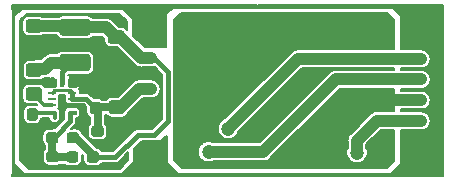
<source format=gbr>
G04 #@! TF.GenerationSoftware,KiCad,Pcbnew,(5.1.9)-1*
G04 #@! TF.CreationDate,2021-08-28T05:16:06+03:00*
G04 #@! TF.ProjectId,BANO3,42414e4f-332e-46b6-9963-61645f706362,0000*
G04 #@! TF.SameCoordinates,Original*
G04 #@! TF.FileFunction,Copper,L1,Top*
G04 #@! TF.FilePolarity,Positive*
%FSLAX46Y46*%
G04 Gerber Fmt 4.6, Leading zero omitted, Abs format (unit mm)*
G04 Created by KiCad (PCBNEW (5.1.9)-1) date 2021-08-28 05:16:06*
%MOMM*%
%LPD*%
G01*
G04 APERTURE LIST*
G04 #@! TA.AperFunction,EtchedComponent*
%ADD10C,0.100000*%
G04 #@! TD*
G04 #@! TA.AperFunction,ComponentPad*
%ADD11C,1.000000*%
G04 #@! TD*
G04 #@! TA.AperFunction,SMDPad,CuDef*
%ADD12R,0.449999X1.100000*%
G04 #@! TD*
G04 #@! TA.AperFunction,SMDPad,CuDef*
%ADD13R,0.349999X0.650001*%
G04 #@! TD*
G04 #@! TA.AperFunction,SMDPad,CuDef*
%ADD14C,0.244109*%
G04 #@! TD*
G04 #@! TA.AperFunction,SMDPad,CuDef*
%ADD15R,0.650001X0.249999*%
G04 #@! TD*
G04 #@! TA.AperFunction,SMDPad,CuDef*
%ADD16C,1.200000*%
G04 #@! TD*
G04 #@! TA.AperFunction,ComponentPad*
%ADD17C,2.500000*%
G04 #@! TD*
G04 #@! TA.AperFunction,Conductor*
%ADD18C,1.000000*%
G04 #@! TD*
G04 #@! TA.AperFunction,Conductor*
%ADD19C,0.300000*%
G04 #@! TD*
G04 #@! TA.AperFunction,Conductor*
%ADD20C,0.400000*%
G04 #@! TD*
G04 #@! TA.AperFunction,Conductor*
%ADD21C,0.700000*%
G04 #@! TD*
G04 #@! TA.AperFunction,Conductor*
%ADD22C,0.200000*%
G04 #@! TD*
G04 #@! TA.AperFunction,Conductor*
%ADD23C,0.250000*%
G04 #@! TD*
G04 #@! TA.AperFunction,Conductor*
%ADD24C,0.100000*%
G04 #@! TD*
G04 APERTURE END LIST*
D10*
G36*
X1020006969Y-999230244D02*
G01*
X1020056967Y-999180244D01*
X1020381967Y-999180244D01*
X1020431967Y-999130245D01*
X1020431970Y-998805246D01*
X1020481967Y-998755244D01*
X1020631969Y-998755244D01*
X1020681969Y-998805244D01*
X1020681969Y-999380244D01*
X1020631969Y-999430244D01*
X1020056969Y-999430244D01*
X1020006969Y-999380257D01*
X1020006969Y-999230244D01*
G37*
X1020006969Y-999230244D02*
X1020056967Y-999180244D01*
X1020381967Y-999180244D01*
X1020431967Y-999130245D01*
X1020431970Y-998805246D01*
X1020481967Y-998755244D01*
X1020631969Y-998755244D01*
X1020681969Y-998805244D01*
X1020681969Y-999380244D01*
X1020631969Y-999430244D01*
X1020056969Y-999430244D01*
X1020006969Y-999380257D01*
X1020006969Y-999230244D01*
G36*
X1022407000Y-1001530235D02*
G01*
X1022406998Y-1001680234D01*
X1022357000Y-1001730234D01*
X1022032000Y-1001730234D01*
X1021982000Y-1001780234D01*
X1021982000Y-1002105235D01*
X1021932000Y-1002155235D01*
X1021782000Y-1002155235D01*
X1021732000Y-1002105235D01*
X1021732000Y-1001530235D01*
X1021782000Y-1001480235D01*
X1022357000Y-1001480235D01*
X1022407000Y-1001530225D01*
X1022407000Y-1001530235D01*
G37*
X1022407000Y-1001530235D02*
X1022406998Y-1001680234D01*
X1022357000Y-1001730234D01*
X1022032000Y-1001730234D01*
X1021982000Y-1001780234D01*
X1021982000Y-1002105235D01*
X1021932000Y-1002155235D01*
X1021782000Y-1002155235D01*
X1021732000Y-1002105235D01*
X1021732000Y-1001530235D01*
X1021782000Y-1001480235D01*
X1022357000Y-1001480235D01*
X1022407000Y-1001530225D01*
X1022407000Y-1001530235D01*
G36*
X1020632002Y-1002155232D02*
G01*
X1020482003Y-1002155230D01*
X1020432003Y-1002105232D01*
X1020432003Y-1001780232D01*
X1020382003Y-1001730232D01*
X1020057002Y-1001730232D01*
X1020007002Y-1001680232D01*
X1020007002Y-1001530232D01*
X1020057002Y-1001480232D01*
X1020632002Y-1001480232D01*
X1020682002Y-1001530232D01*
X1020682002Y-1002105232D01*
X1020632013Y-1002155232D01*
X1020632002Y-1002155232D01*
G37*
X1020632002Y-1002155232D02*
X1020482003Y-1002155230D01*
X1020432003Y-1002105232D01*
X1020432003Y-1001780232D01*
X1020382003Y-1001730232D01*
X1020057002Y-1001730232D01*
X1020007002Y-1001680232D01*
X1020007002Y-1001530232D01*
X1020057002Y-1001480232D01*
X1020632002Y-1001480232D01*
X1020682002Y-1001530232D01*
X1020682002Y-1002105232D01*
X1020632013Y-1002155232D01*
X1020632002Y-1002155232D01*
G36*
X1021782000Y-998755168D02*
G01*
X1021931997Y-998755170D01*
X1021982000Y-998805168D01*
X1021982000Y-999130168D01*
X1022032000Y-999180168D01*
X1022356998Y-999180168D01*
X1022407000Y-999230168D01*
X1022406998Y-999380168D01*
X1022357000Y-999430168D01*
X1021782000Y-999430168D01*
X1021732000Y-999380168D01*
X1021731998Y-998805168D01*
X1021781990Y-998755168D01*
X1021782000Y-998755168D01*
G37*
X1021782000Y-998755168D02*
X1021931997Y-998755170D01*
X1021982000Y-998805168D01*
X1021982000Y-999130168D01*
X1022032000Y-999180168D01*
X1022356998Y-999180168D01*
X1022407000Y-999230168D01*
X1022406998Y-999380168D01*
X1022357000Y-999430168D01*
X1021782000Y-999430168D01*
X1021732000Y-999380168D01*
X1021731998Y-998805168D01*
X1021781990Y-998755168D01*
X1021782000Y-998755168D01*
D11*
X1051610800Y-1000556800D03*
G04 #@! TA.AperFunction,SMDPad,CuDef*
G36*
G01*
X1020896400Y-1003519700D02*
X1020896400Y-1003994700D01*
G75*
G02*
X1020658900Y-1004232200I-237500J0D01*
G01*
X1020083900Y-1004232200D01*
G75*
G02*
X1019846400Y-1003994700I0J237500D01*
G01*
X1019846400Y-1003519700D01*
G75*
G02*
X1020083900Y-1003282200I237500J0D01*
G01*
X1020658900Y-1003282200D01*
G75*
G02*
X1020896400Y-1003519700I0J-237500D01*
G01*
G37*
G04 #@! TD.AperFunction*
G04 #@! TA.AperFunction,SMDPad,CuDef*
G36*
G01*
X1022646400Y-1003519700D02*
X1022646400Y-1003994700D01*
G75*
G02*
X1022408900Y-1004232200I-237500J0D01*
G01*
X1021833900Y-1004232200D01*
G75*
G02*
X1021596400Y-1003994700I0J237500D01*
G01*
X1021596400Y-1003519700D01*
G75*
G02*
X1021833900Y-1003282200I237500J0D01*
G01*
X1022408900Y-1003282200D01*
G75*
G02*
X1022646400Y-1003519700I0J-237500D01*
G01*
G37*
G04 #@! TD.AperFunction*
G04 #@! TA.AperFunction,SMDPad,CuDef*
G36*
G01*
X1026279801Y-999691400D02*
X1025379799Y-999691400D01*
G75*
G02*
X1025129800Y-999441401I0J249999D01*
G01*
X1025129800Y-998791399D01*
G75*
G02*
X1025379799Y-998541400I249999J0D01*
G01*
X1026279801Y-998541400D01*
G75*
G02*
X1026529800Y-998791399I0J-249999D01*
G01*
X1026529800Y-999441401D01*
G75*
G02*
X1026279801Y-999691400I-249999J0D01*
G01*
G37*
G04 #@! TD.AperFunction*
G04 #@! TA.AperFunction,SMDPad,CuDef*
G36*
G01*
X1026279801Y-1001741400D02*
X1025379799Y-1001741400D01*
G75*
G02*
X1025129800Y-1001491401I0J249999D01*
G01*
X1025129800Y-1000841399D01*
G75*
G02*
X1025379799Y-1000591400I249999J0D01*
G01*
X1026279801Y-1000591400D01*
G75*
G02*
X1026529800Y-1000841399I0J-249999D01*
G01*
X1026529800Y-1001491401D01*
G75*
G02*
X1026279801Y-1001741400I-249999J0D01*
G01*
G37*
G04 #@! TD.AperFunction*
G04 #@! TA.AperFunction,SMDPad,CuDef*
G36*
G01*
X1025328999Y-996697800D02*
X1026229001Y-996697800D01*
G75*
G02*
X1026479000Y-996947799I0J-249999D01*
G01*
X1026479000Y-997597801D01*
G75*
G02*
X1026229001Y-997847800I-249999J0D01*
G01*
X1025328999Y-997847800D01*
G75*
G02*
X1025079000Y-997597801I0J249999D01*
G01*
X1025079000Y-996947799D01*
G75*
G02*
X1025328999Y-996697800I249999J0D01*
G01*
G37*
G04 #@! TD.AperFunction*
G04 #@! TA.AperFunction,SMDPad,CuDef*
G36*
G01*
X1025328999Y-994647800D02*
X1026229001Y-994647800D01*
G75*
G02*
X1026479000Y-994897799I0J-249999D01*
G01*
X1026479000Y-995547801D01*
G75*
G02*
X1026229001Y-995797800I-249999J0D01*
G01*
X1025328999Y-995797800D01*
G75*
G02*
X1025079000Y-995547801I0J249999D01*
G01*
X1025079000Y-994897799D01*
G75*
G02*
X1025328999Y-994647800I249999J0D01*
G01*
G37*
G04 #@! TD.AperFunction*
G04 #@! TA.AperFunction,SMDPad,CuDef*
G36*
G01*
X1018369399Y-995765400D02*
X1019269401Y-995765400D01*
G75*
G02*
X1019519400Y-996015399I0J-249999D01*
G01*
X1019519400Y-996665401D01*
G75*
G02*
X1019269401Y-996915400I-249999J0D01*
G01*
X1018369399Y-996915400D01*
G75*
G02*
X1018119400Y-996665401I0J249999D01*
G01*
X1018119400Y-996015399D01*
G75*
G02*
X1018369399Y-995765400I249999J0D01*
G01*
G37*
G04 #@! TD.AperFunction*
G04 #@! TA.AperFunction,SMDPad,CuDef*
G36*
G01*
X1018369399Y-993715400D02*
X1019269401Y-993715400D01*
G75*
G02*
X1019519400Y-993965399I0J-249999D01*
G01*
X1019519400Y-994615401D01*
G75*
G02*
X1019269401Y-994865400I-249999J0D01*
G01*
X1018369399Y-994865400D01*
G75*
G02*
X1018119400Y-994615401I0J249999D01*
G01*
X1018119400Y-993965399D01*
G75*
G02*
X1018369399Y-993715400I249999J0D01*
G01*
G37*
G04 #@! TD.AperFunction*
D12*
X1021207000Y-1000655200D03*
D13*
X1021207000Y-999080199D03*
D14*
X1021900748Y-999261418D03*
D15*
X1022082000Y-999955201D03*
X1022082000Y-1000455200D03*
X1022082000Y-1000955199D03*
D14*
X1021900750Y-1001648985D03*
D13*
X1021207000Y-1001830201D03*
D14*
X1020513252Y-1001648982D03*
D15*
X1020332000Y-1000955199D03*
X1020332000Y-1000455200D03*
X1020332000Y-999955201D03*
D14*
X1020513219Y-999261494D03*
G04 #@! TA.AperFunction,SMDPad,CuDef*
G36*
G01*
X1024263900Y-999992200D02*
X1023788900Y-999992200D01*
G75*
G02*
X1023551400Y-999754700I0J237500D01*
G01*
X1023551400Y-999179700D01*
G75*
G02*
X1023788900Y-998942200I237500J0D01*
G01*
X1024263900Y-998942200D01*
G75*
G02*
X1024501400Y-999179700I0J-237500D01*
G01*
X1024501400Y-999754700D01*
G75*
G02*
X1024263900Y-999992200I-237500J0D01*
G01*
G37*
G04 #@! TD.AperFunction*
G04 #@! TA.AperFunction,SMDPad,CuDef*
G36*
G01*
X1024263900Y-1001742200D02*
X1023788900Y-1001742200D01*
G75*
G02*
X1023551400Y-1001504700I0J237500D01*
G01*
X1023551400Y-1000929700D01*
G75*
G02*
X1023788900Y-1000692200I237500J0D01*
G01*
X1024263900Y-1000692200D01*
G75*
G02*
X1024501400Y-1000929700I0J-237500D01*
G01*
X1024501400Y-1001504700D01*
G75*
G02*
X1024263900Y-1001742200I-237500J0D01*
G01*
G37*
G04 #@! TD.AperFunction*
G04 #@! TA.AperFunction,SMDPad,CuDef*
G36*
G01*
X1023681800Y-1003435900D02*
X1023681800Y-1002960900D01*
G75*
G02*
X1023919300Y-1002723400I237500J0D01*
G01*
X1024494300Y-1002723400D01*
G75*
G02*
X1024731800Y-1002960900I0J-237500D01*
G01*
X1024731800Y-1003435900D01*
G75*
G02*
X1024494300Y-1003673400I-237500J0D01*
G01*
X1023919300Y-1003673400D01*
G75*
G02*
X1023681800Y-1003435900I0J237500D01*
G01*
G37*
G04 #@! TD.AperFunction*
G04 #@! TA.AperFunction,SMDPad,CuDef*
G36*
G01*
X1025431800Y-1003435900D02*
X1025431800Y-1002960900D01*
G75*
G02*
X1025669300Y-1002723400I237500J0D01*
G01*
X1026244300Y-1002723400D01*
G75*
G02*
X1026481800Y-1002960900I0J-237500D01*
G01*
X1026481800Y-1003435900D01*
G75*
G02*
X1026244300Y-1003673400I-237500J0D01*
G01*
X1025669300Y-1003673400D01*
G75*
G02*
X1025431800Y-1003435900I0J237500D01*
G01*
G37*
G04 #@! TD.AperFunction*
G04 #@! TA.AperFunction,SMDPad,CuDef*
G36*
G01*
X1018454900Y-1001251000D02*
X1018929900Y-1001251000D01*
G75*
G02*
X1019167400Y-1001488500I0J-237500D01*
G01*
X1019167400Y-1002063500D01*
G75*
G02*
X1018929900Y-1002301000I-237500J0D01*
G01*
X1018454900Y-1002301000D01*
G75*
G02*
X1018217400Y-1002063500I0J237500D01*
G01*
X1018217400Y-1001488500D01*
G75*
G02*
X1018454900Y-1001251000I237500J0D01*
G01*
G37*
G04 #@! TD.AperFunction*
G04 #@! TA.AperFunction,SMDPad,CuDef*
G36*
G01*
X1018454900Y-1003001000D02*
X1018929900Y-1003001000D01*
G75*
G02*
X1019167400Y-1003238500I0J-237500D01*
G01*
X1019167400Y-1003813500D01*
G75*
G02*
X1018929900Y-1004051000I-237500J0D01*
G01*
X1018454900Y-1004051000D01*
G75*
G02*
X1018217400Y-1003813500I0J237500D01*
G01*
X1018217400Y-1003238500D01*
G75*
G02*
X1018454900Y-1003001000I237500J0D01*
G01*
G37*
G04 #@! TD.AperFunction*
G04 #@! TA.AperFunction,SMDPad,CuDef*
G36*
G01*
X1022595600Y-1005145300D02*
X1022595600Y-1005620300D01*
G75*
G02*
X1022358100Y-1005857800I-237500J0D01*
G01*
X1021783100Y-1005857800D01*
G75*
G02*
X1021545600Y-1005620300I0J237500D01*
G01*
X1021545600Y-1005145300D01*
G75*
G02*
X1021783100Y-1004907800I237500J0D01*
G01*
X1022358100Y-1004907800D01*
G75*
G02*
X1022595600Y-1005145300I0J-237500D01*
G01*
G37*
G04 #@! TD.AperFunction*
G04 #@! TA.AperFunction,SMDPad,CuDef*
G36*
G01*
X1024345600Y-1005145300D02*
X1024345600Y-1005620300D01*
G75*
G02*
X1024108100Y-1005857800I-237500J0D01*
G01*
X1023533100Y-1005857800D01*
G75*
G02*
X1023295600Y-1005620300I0J237500D01*
G01*
X1023295600Y-1005145300D01*
G75*
G02*
X1023533100Y-1004907800I237500J0D01*
G01*
X1024108100Y-1004907800D01*
G75*
G02*
X1024345600Y-1005145300I0J-237500D01*
G01*
G37*
G04 #@! TD.AperFunction*
G04 #@! TA.AperFunction,SMDPad,CuDef*
G36*
G01*
X1020916600Y-1005119900D02*
X1020916600Y-1005594900D01*
G75*
G02*
X1020679100Y-1005832400I-237500J0D01*
G01*
X1020104100Y-1005832400D01*
G75*
G02*
X1019866600Y-1005594900I0J237500D01*
G01*
X1019866600Y-1005119900D01*
G75*
G02*
X1020104100Y-1004882400I237500J0D01*
G01*
X1020679100Y-1004882400D01*
G75*
G02*
X1020916600Y-1005119900I0J-237500D01*
G01*
G37*
G04 #@! TD.AperFunction*
G04 #@! TA.AperFunction,SMDPad,CuDef*
G36*
G01*
X1019166600Y-1005119900D02*
X1019166600Y-1005594900D01*
G75*
G02*
X1018929100Y-1005832400I-237500J0D01*
G01*
X1018354100Y-1005832400D01*
G75*
G02*
X1018116600Y-1005594900I0J237500D01*
G01*
X1018116600Y-1005119900D01*
G75*
G02*
X1018354100Y-1004882400I237500J0D01*
G01*
X1018929100Y-1004882400D01*
G75*
G02*
X1019166600Y-1005119900I0J-237500D01*
G01*
G37*
G04 #@! TD.AperFunction*
G04 #@! TA.AperFunction,SMDPad,CuDef*
G36*
G01*
X1023374200Y-998094300D02*
X1021224200Y-998094300D01*
G75*
G02*
X1020974200Y-997844300I0J250000D01*
G01*
X1020974200Y-996919300D01*
G75*
G02*
X1021224200Y-996669300I250000J0D01*
G01*
X1023374200Y-996669300D01*
G75*
G02*
X1023624200Y-996919300I0J-250000D01*
G01*
X1023624200Y-997844300D01*
G75*
G02*
X1023374200Y-998094300I-250000J0D01*
G01*
G37*
G04 #@! TD.AperFunction*
G04 #@! TA.AperFunction,SMDPad,CuDef*
G36*
G01*
X1023374200Y-995119300D02*
X1021224200Y-995119300D01*
G75*
G02*
X1020974200Y-994869300I0J250000D01*
G01*
X1020974200Y-993944300D01*
G75*
G02*
X1021224200Y-993694300I250000J0D01*
G01*
X1023374200Y-993694300D01*
G75*
G02*
X1023624200Y-993944300I0J-250000D01*
G01*
X1023624200Y-994869300D01*
G75*
G02*
X1023374200Y-995119300I-250000J0D01*
G01*
G37*
G04 #@! TD.AperFunction*
D16*
X1035278600Y-1002969800D03*
X1046175200Y-1005001800D03*
X1033603800Y-1004944400D03*
D11*
X1028750800Y-999617000D03*
X1028750800Y-1002258600D03*
X1028750800Y-997000600D03*
X1048105600Y-994435400D03*
X1031798800Y-997864400D03*
X1051610800Y-997077000D03*
X1051610800Y-1002309200D03*
X1051610800Y-998804200D03*
X1048105600Y-1005027200D03*
X1031798800Y-1005077800D03*
D17*
X1028725400Y-1005332000D03*
X1051610800Y-1005357400D03*
X1028725400Y-994156000D03*
X1051610800Y-994181400D03*
G04 #@! TA.AperFunction,SMDPad,CuDef*
G36*
G01*
X1018369399Y-997432800D02*
X1019269401Y-997432800D01*
G75*
G02*
X1019519400Y-997682799I0J-249999D01*
G01*
X1019519400Y-998332801D01*
G75*
G02*
X1019269401Y-998582800I-249999J0D01*
G01*
X1018369399Y-998582800D01*
G75*
G02*
X1018119400Y-998332801I0J249999D01*
G01*
X1018119400Y-997682799D01*
G75*
G02*
X1018369399Y-997432800I249999J0D01*
G01*
G37*
G04 #@! TD.AperFunction*
G04 #@! TA.AperFunction,SMDPad,CuDef*
G36*
G01*
X1018368950Y-999482800D02*
X1019269850Y-999482800D01*
G75*
G02*
X1019519400Y-999732350I0J-249550D01*
G01*
X1019519400Y-1000383250D01*
G75*
G02*
X1019269850Y-1000632800I-249550J0D01*
G01*
X1018368950Y-1000632800D01*
G75*
G02*
X1018119400Y-1000383250I0J249550D01*
G01*
X1018119400Y-999732350D01*
G75*
G02*
X1018368950Y-999482800I249550J0D01*
G01*
G37*
G04 #@! TD.AperFunction*
D18*
X1026439400Y-1003198400D02*
X1027049000Y-1002588800D01*
X1025956800Y-1003198400D02*
X1026439400Y-1003198400D01*
X1028420600Y-1002588800D02*
X1028750800Y-1002258600D01*
X1027049000Y-1002588800D02*
X1028420600Y-1002588800D01*
D19*
X1023820618Y-999261418D02*
X1024026400Y-999467200D01*
X1021900748Y-999261418D02*
X1023820618Y-999261418D01*
X1020513219Y-999261494D02*
X1020306542Y-999261494D01*
X1020513219Y-999261494D02*
X1020309925Y-999058200D01*
X1017769390Y-998581336D02*
X1017769390Y-997390410D01*
X1018246254Y-999058200D02*
X1017769390Y-998581336D01*
X1017769390Y-997390410D02*
X1018819400Y-996340400D01*
X1020309925Y-999058200D02*
X1018246254Y-999058200D01*
D20*
X1024024210Y-996650054D02*
X1024024210Y-998113546D01*
X1023643446Y-996269290D02*
X1024024210Y-996650054D01*
X1024024210Y-998113546D02*
X1023155756Y-998982000D01*
X1020309925Y-999058200D02*
X1018175544Y-999058200D01*
X1018175544Y-999058200D02*
X1017719390Y-998602046D01*
X1017719390Y-998602046D02*
X1017719390Y-997413554D01*
X1017719390Y-997413554D02*
X1018863654Y-996269290D01*
X1018863654Y-996269290D02*
X1023643446Y-996269290D01*
X1023155756Y-998982000D02*
X1021969000Y-998982000D01*
X1021969000Y-998651800D02*
X1022146800Y-998829600D01*
X1021969000Y-998626400D02*
X1021969000Y-998651800D01*
X1021969000Y-998982000D02*
X1022146800Y-998829600D01*
X1020210624Y-999165576D02*
X1020210624Y-998886176D01*
D19*
X1020210624Y-999165576D02*
X1020154048Y-999109000D01*
X1020306542Y-999261494D02*
X1020210624Y-999165576D01*
D20*
X1020210624Y-998886176D02*
X1020318000Y-998778800D01*
X1020318000Y-998778800D02*
X1020368800Y-998778800D01*
X1020368800Y-999139726D02*
X1020276787Y-999231739D01*
X1020368800Y-998778800D02*
X1020368800Y-999139726D01*
X1020210624Y-999165576D02*
X1020159824Y-999165576D01*
X1020159824Y-999165576D02*
X1020064000Y-999261400D01*
X1020064000Y-999261400D02*
X1019784600Y-999261400D01*
D18*
X1051610800Y-1000556800D02*
X1045845000Y-1000556800D01*
X1045845000Y-1000556800D02*
X1043863800Y-1002538000D01*
X1043863800Y-1002538000D02*
X1043863800Y-1004646200D01*
X1043482800Y-1005027200D02*
X1043609800Y-1005027200D01*
X1043203400Y-1005306600D02*
X1043482800Y-1005027200D01*
X1043863800Y-1004646200D02*
X1043609800Y-1005027200D01*
D21*
X1024206800Y-1001397600D02*
X1024026400Y-1001217200D01*
X1024206800Y-1003198400D02*
X1024206800Y-1001397600D01*
X1024077200Y-1001166400D02*
X1024026400Y-1001217200D01*
X1025829800Y-1001166400D02*
X1024077200Y-1001166400D01*
D22*
X1020332000Y-999955201D02*
X1020516998Y-999955201D01*
D20*
X1022082000Y-999955201D02*
X1022082000Y-1000430199D01*
X1023239399Y-1000430199D02*
X1022082000Y-1000430199D01*
X1024026400Y-1001217200D02*
X1023239399Y-1000430199D01*
D18*
X1026134600Y-1001217200D02*
X1027734800Y-999617000D01*
D23*
X1021918200Y-999744000D02*
X1022093202Y-999919002D01*
X1020507002Y-999744000D02*
X1021906998Y-999744000D01*
X1020318000Y-999921800D02*
X1020493002Y-999746798D01*
D18*
X1027734800Y-999617000D02*
X1028750800Y-999617000D01*
D19*
X1018819418Y-1001648982D02*
X1018692400Y-1001776000D01*
X1020513252Y-1001648982D02*
X1018819418Y-1001648982D01*
D18*
X1022293800Y-997387200D02*
X1022299200Y-997381800D01*
D20*
X1021207000Y-999080199D02*
X1021207000Y-998169200D01*
X1021994400Y-997381800D02*
X1022299200Y-997381800D01*
X1021207000Y-998169200D02*
X1021994400Y-997381800D01*
D18*
X1020292600Y-997381800D02*
X1022299200Y-997381800D01*
X1018946400Y-997915200D02*
X1019759200Y-997915200D01*
X1019759200Y-997915200D02*
X1020292600Y-997381800D01*
D19*
X1019674999Y-1000955199D02*
X1018667000Y-999947200D01*
X1020332000Y-1000955199D02*
X1019674999Y-1000955199D01*
D21*
X1020417000Y-1005382800D02*
X1020391600Y-1005357400D01*
X1022070600Y-1005382800D02*
X1020417000Y-1005382800D01*
X1020391600Y-1003709000D02*
X1020495800Y-1003604800D01*
X1020391600Y-1005357400D02*
X1020391600Y-1003709000D01*
D20*
X1020652404Y-1003604800D02*
X1020495800Y-1003604800D01*
X1021900750Y-1002356454D02*
X1020652404Y-1003604800D01*
X1021900750Y-1001648985D02*
X1021900750Y-1002356454D01*
D18*
X1022182800Y-994290400D02*
X1022299200Y-994406800D01*
X1018819400Y-994290400D02*
X1022182800Y-994290400D01*
X1024963000Y-994406800D02*
X1025779000Y-995222800D01*
X1022299200Y-994406800D02*
X1024963000Y-994406800D01*
X1025779000Y-995222800D02*
X1026134600Y-995222800D01*
X1027912400Y-997000600D02*
X1028750800Y-997000600D01*
X1026134600Y-995222800D02*
X1027912400Y-997000600D01*
D21*
X1023820600Y-1005382800D02*
X1023820600Y-1005179600D01*
X1023820600Y-1005179600D02*
X1022245800Y-1003604800D01*
D20*
X1029868400Y-997864400D02*
X1028968391Y-996964391D01*
X1030147800Y-998143800D02*
X1029868400Y-997864400D01*
X1030147800Y-1002334800D02*
X1030147800Y-998143800D01*
X1023820600Y-1005382800D02*
X1025728200Y-1005382800D01*
X1025728200Y-1005382800D02*
X1027622190Y-1003488810D01*
X1027622190Y-1003488810D02*
X1028993791Y-1003488809D01*
X1028993791Y-1003488809D02*
X1030147800Y-1002334800D01*
D18*
X1041171400Y-997077000D02*
X1051610800Y-997077000D01*
X1035278600Y-1002969800D02*
X1041171400Y-997077000D01*
X1046175200Y-1005001800D02*
X1046175200Y-1003985800D01*
X1047851800Y-1002309200D02*
X1051610800Y-1002309200D01*
X1046175200Y-1003985800D02*
X1047851800Y-1002309200D01*
X1033603800Y-1004944400D02*
X1038257000Y-1004944400D01*
X1044397200Y-998804200D02*
X1051610800Y-998804200D01*
X1038257000Y-1004944400D02*
X1044397200Y-998804200D01*
D22*
X1026695000Y-993867222D02*
X1026695000Y-994605434D01*
X1026687515Y-994591430D01*
X1026618935Y-994507865D01*
X1026535370Y-994439285D01*
X1026440032Y-994388326D01*
X1026336584Y-994356945D01*
X1026229001Y-994346349D01*
X1026033920Y-994346349D01*
X1025556473Y-993868903D01*
X1025531422Y-993838378D01*
X1025409606Y-993738407D01*
X1025270628Y-993664121D01*
X1025119827Y-993618376D01*
X1025002293Y-993606800D01*
X1025002291Y-993606800D01*
X1024963000Y-993602930D01*
X1024923709Y-993606800D01*
X1023807167Y-993606800D01*
X1023764135Y-993554365D01*
X1023680570Y-993485785D01*
X1023585231Y-993434826D01*
X1023481783Y-993403445D01*
X1023374200Y-993392849D01*
X1021224200Y-993392849D01*
X1021116617Y-993403445D01*
X1021013169Y-993434826D01*
X1020917830Y-993485785D01*
X1020912207Y-993490400D01*
X1019544929Y-993490400D01*
X1019480432Y-993455926D01*
X1019376984Y-993424545D01*
X1019269401Y-993413949D01*
X1018369399Y-993413949D01*
X1018261816Y-993424545D01*
X1018158368Y-993455926D01*
X1018063030Y-993506885D01*
X1017979465Y-993575465D01*
X1017910885Y-993659030D01*
X1017859926Y-993754368D01*
X1017828545Y-993857816D01*
X1017817949Y-993965399D01*
X1017817949Y-994615401D01*
X1017828545Y-994722984D01*
X1017859926Y-994826432D01*
X1017910885Y-994921770D01*
X1017979465Y-995005335D01*
X1018063030Y-995073915D01*
X1018158368Y-995124874D01*
X1018261816Y-995156255D01*
X1018369399Y-995166851D01*
X1019269401Y-995166851D01*
X1019376984Y-995156255D01*
X1019480432Y-995124874D01*
X1019544929Y-995090400D01*
X1020720108Y-995090400D01*
X1020765685Y-995175670D01*
X1020834265Y-995259235D01*
X1020917830Y-995327815D01*
X1021013169Y-995378774D01*
X1021116617Y-995410155D01*
X1021224200Y-995420751D01*
X1023374200Y-995420751D01*
X1023481783Y-995410155D01*
X1023585231Y-995378774D01*
X1023680570Y-995327815D01*
X1023764135Y-995259235D01*
X1023807167Y-995206800D01*
X1024631630Y-995206800D01*
X1024777549Y-995352719D01*
X1024777549Y-995547801D01*
X1024788145Y-995655384D01*
X1024819526Y-995758832D01*
X1024870485Y-995854170D01*
X1024939065Y-995937735D01*
X1025022630Y-996006315D01*
X1025117968Y-996057274D01*
X1025221416Y-996088655D01*
X1025328999Y-996099251D01*
X1025879681Y-996099251D01*
X1027318927Y-997538497D01*
X1027343978Y-997569022D01*
X1027390952Y-997607572D01*
X1027465793Y-997668993D01*
X1027593145Y-997737064D01*
X1027604772Y-997743279D01*
X1027755573Y-997789024D01*
X1027873107Y-997800600D01*
X1027873109Y-997800600D01*
X1027912400Y-997804470D01*
X1027951691Y-997800600D01*
X1028829593Y-997800600D01*
X1028868335Y-997792894D01*
X1028907627Y-997789024D01*
X1028945407Y-997777563D01*
X1028984151Y-997769857D01*
X1029020648Y-997754740D01*
X1029044422Y-997747528D01*
X1029532213Y-998235319D01*
X1029532218Y-998235323D01*
X1029647801Y-998350906D01*
X1029647800Y-1002127694D01*
X1028786686Y-1002988809D01*
X1027646748Y-1002988811D01*
X1027622189Y-1002986392D01*
X1027524172Y-1002996046D01*
X1027429921Y-1003024636D01*
X1027343060Y-1003071065D01*
X1027286002Y-1003117891D01*
X1027285997Y-1003117896D01*
X1027266926Y-1003133547D01*
X1027251274Y-1003152619D01*
X1025521095Y-1004882800D01*
X1024575958Y-1004882800D01*
X1024556221Y-1004845875D01*
X1024489196Y-1004764204D01*
X1024407525Y-1004697179D01*
X1024314348Y-1004647374D01*
X1024213244Y-1004616705D01*
X1024172978Y-1004612739D01*
X1022921254Y-1003361016D01*
X1022906826Y-1003313452D01*
X1022857021Y-1003220275D01*
X1022789996Y-1003138604D01*
X1022708325Y-1003071579D01*
X1022615148Y-1003021774D01*
X1022514044Y-1002991105D01*
X1022436825Y-1002983499D01*
X1022373222Y-1002964206D01*
X1022245800Y-1002951656D01*
X1022118378Y-1002964206D01*
X1022063842Y-1002980749D01*
X1021983562Y-1002980749D01*
X1022236937Y-1002727374D01*
X1022256014Y-1002711718D01*
X1022318496Y-1002635583D01*
X1022364925Y-1002548721D01*
X1022393515Y-1002454471D01*
X1022400750Y-1002381014D01*
X1022403169Y-1002356454D01*
X1022400750Y-1002331894D01*
X1022400750Y-1002076066D01*
X1022421390Y-1002074260D01*
X1022423155Y-1002073747D01*
X1022424982Y-1002073568D01*
X1022455947Y-1002064219D01*
X1022486985Y-1002055201D01*
X1022488614Y-1002054357D01*
X1022490375Y-1002053825D01*
X1022518917Y-1002038649D01*
X1022547630Y-1002023765D01*
X1022549069Y-1002022617D01*
X1022550687Y-1002021756D01*
X1022575713Y-1002001345D01*
X1022601013Y-1001981148D01*
X1022603565Y-1001978631D01*
X1022603622Y-1001978584D01*
X1022603666Y-1001978531D01*
X1022604492Y-1001977716D01*
X1022654490Y-1001927717D01*
X1022675025Y-1001902717D01*
X1022695785Y-1001877976D01*
X1022696674Y-1001876359D01*
X1022697846Y-1001874932D01*
X1022713126Y-1001846433D01*
X1022728693Y-1001818118D01*
X1022729251Y-1001816359D01*
X1022730124Y-1001814731D01*
X1022739567Y-1001783842D01*
X1022749349Y-1001753008D01*
X1022749555Y-1001751169D01*
X1022750094Y-1001749407D01*
X1022753356Y-1001717286D01*
X1022756964Y-1001685126D01*
X1022756989Y-1001681517D01*
X1022756996Y-1001681449D01*
X1022756990Y-1001681386D01*
X1022756998Y-1001680239D01*
X1022757000Y-1001530240D01*
X1022757000Y-1001530225D01*
X1022753845Y-1001498044D01*
X1022751021Y-1001465807D01*
X1022750512Y-1001464054D01*
X1022750334Y-1001462243D01*
X1022740987Y-1001431282D01*
X1022731957Y-1001400215D01*
X1022731119Y-1001398598D01*
X1022730591Y-1001396850D01*
X1022715406Y-1001368292D01*
X1022700516Y-1001339572D01*
X1022699376Y-1001338144D01*
X1022698522Y-1001336538D01*
X1022678111Y-1001311511D01*
X1022657895Y-1001286192D01*
X1022655393Y-1001283656D01*
X1022655350Y-1001283603D01*
X1022655301Y-1001283562D01*
X1022654463Y-1001282713D01*
X1022604463Y-1001232723D01*
X1022579478Y-1001212204D01*
X1022554738Y-1001191445D01*
X1022553109Y-1001190549D01*
X1022551674Y-1001189371D01*
X1022523200Y-1001174107D01*
X1022494880Y-1001158538D01*
X1022493109Y-1001157976D01*
X1022491471Y-1001157098D01*
X1022460618Y-1001147669D01*
X1022429769Y-1001137883D01*
X1022427916Y-1001137675D01*
X1022426145Y-1001137134D01*
X1022394063Y-1001133878D01*
X1022361887Y-1001130269D01*
X1022358253Y-1001130244D01*
X1022358187Y-1001130237D01*
X1022358125Y-1001130243D01*
X1022357000Y-1001130235D01*
X1021782000Y-1001130235D01*
X1021749828Y-1001133390D01*
X1021717617Y-1001136208D01*
X1021715850Y-1001136721D01*
X1021714018Y-1001136901D01*
X1021683055Y-1001146249D01*
X1021652022Y-1001155265D01*
X1021650389Y-1001156111D01*
X1021648625Y-1001156644D01*
X1021620096Y-1001171813D01*
X1021591376Y-1001186700D01*
X1021589934Y-1001187851D01*
X1021588313Y-1001188713D01*
X1021563271Y-1001209136D01*
X1021537993Y-1001229316D01*
X1021535432Y-1001231841D01*
X1021535378Y-1001231885D01*
X1021535337Y-1001231935D01*
X1021534513Y-1001232747D01*
X1021484513Y-1001282748D01*
X1021464016Y-1001307702D01*
X1021443210Y-1001332497D01*
X1021442322Y-1001334113D01*
X1021441156Y-1001335532D01*
X1021425887Y-1001364007D01*
X1021410303Y-1001392355D01*
X1021409747Y-1001394108D01*
X1021408876Y-1001395732D01*
X1021399420Y-1001426663D01*
X1021389648Y-1001457466D01*
X1021389443Y-1001459296D01*
X1021388905Y-1001461055D01*
X1021385639Y-1001493209D01*
X1021382034Y-1001525348D01*
X1021382009Y-1001528944D01*
X1021382002Y-1001529013D01*
X1021382008Y-1001529077D01*
X1021382000Y-1001530235D01*
X1021382000Y-1002105235D01*
X1021385159Y-1002137451D01*
X1021387370Y-1002162727D01*
X1020589239Y-1002960859D01*
X1020495799Y-1002951656D01*
X1020368378Y-1002964206D01*
X1020313842Y-1002980749D01*
X1020083900Y-1002980749D01*
X1019978756Y-1002991105D01*
X1019877652Y-1003021774D01*
X1019784475Y-1003071579D01*
X1019702804Y-1003138604D01*
X1019635779Y-1003220275D01*
X1019585974Y-1003313452D01*
X1019555305Y-1003414556D01*
X1019544949Y-1003519700D01*
X1019544949Y-1003994700D01*
X1019555305Y-1004099844D01*
X1019585974Y-1004200948D01*
X1019635779Y-1004294125D01*
X1019702804Y-1004375796D01*
X1019741601Y-1004407635D01*
X1019741600Y-1004723542D01*
X1019723004Y-1004738804D01*
X1019655979Y-1004820475D01*
X1019606174Y-1004913652D01*
X1019575505Y-1005014756D01*
X1019565149Y-1005119900D01*
X1019565149Y-1005594900D01*
X1019575505Y-1005700044D01*
X1019606174Y-1005801148D01*
X1019655979Y-1005894325D01*
X1019723004Y-1005975996D01*
X1019804675Y-1006043021D01*
X1019897852Y-1006092826D01*
X1019998956Y-1006123495D01*
X1020104100Y-1006133851D01*
X1020679100Y-1006133851D01*
X1020784244Y-1006123495D01*
X1020885348Y-1006092826D01*
X1020978525Y-1006043021D01*
X1020990979Y-1006032800D01*
X1021440270Y-1006032800D01*
X1021483675Y-1006068421D01*
X1021576852Y-1006118226D01*
X1021677956Y-1006148895D01*
X1021783100Y-1006159251D01*
X1022358100Y-1006159251D01*
X1022463244Y-1006148895D01*
X1022564348Y-1006118226D01*
X1022657525Y-1006068421D01*
X1022739196Y-1006001396D01*
X1022806221Y-1005919725D01*
X1022856026Y-1005826548D01*
X1022886695Y-1005725444D01*
X1022897051Y-1005620300D01*
X1022897051Y-1005175290D01*
X1022994149Y-1005272388D01*
X1022994149Y-1005620300D01*
X1023004505Y-1005725444D01*
X1023035174Y-1005826548D01*
X1023084979Y-1005919725D01*
X1023152004Y-1006001396D01*
X1023233675Y-1006068421D01*
X1023326852Y-1006118226D01*
X1023427956Y-1006148895D01*
X1023533100Y-1006159251D01*
X1024108100Y-1006159251D01*
X1024213244Y-1006148895D01*
X1024314348Y-1006118226D01*
X1024407525Y-1006068421D01*
X1024489196Y-1006001396D01*
X1024556221Y-1005919725D01*
X1024575958Y-1005882800D01*
X1025703640Y-1005882800D01*
X1025728200Y-1005885219D01*
X1025752760Y-1005882800D01*
X1025826217Y-1005875565D01*
X1025920467Y-1005846975D01*
X1026007329Y-1005800546D01*
X1026083464Y-1005738064D01*
X1026099129Y-1005718976D01*
X1026822000Y-1004996106D01*
X1026822000Y-1005671578D01*
X1026118578Y-1006375000D01*
X1018378222Y-1006375000D01*
X1017649400Y-1005646178D01*
X1017649400Y-997682799D01*
X1017817949Y-997682799D01*
X1017817949Y-998332801D01*
X1017828545Y-998440384D01*
X1017859926Y-998543832D01*
X1017910885Y-998639170D01*
X1017979465Y-998722735D01*
X1018063030Y-998791315D01*
X1018158368Y-998842274D01*
X1018261816Y-998873655D01*
X1018369399Y-998884251D01*
X1019269401Y-998884251D01*
X1019376984Y-998873655D01*
X1019480432Y-998842274D01*
X1019575770Y-998791315D01*
X1019659335Y-998722735D01*
X1019665519Y-998715200D01*
X1019719909Y-998715200D01*
X1019759200Y-998719070D01*
X1019798491Y-998715200D01*
X1019798493Y-998715200D01*
X1019916027Y-998703624D01*
X1020066828Y-998657879D01*
X1020135394Y-998621229D01*
X1020125861Y-998639012D01*
X1020110274Y-998667363D01*
X1020109714Y-998669130D01*
X1020108840Y-998670759D01*
X1020099401Y-998701639D01*
X1020089619Y-998732474D01*
X1020089413Y-998734315D01*
X1020088872Y-998736083D01*
X1020085610Y-998768215D01*
X1020082004Y-998800356D01*
X1020081979Y-998803974D01*
X1020081972Y-998804042D01*
X1020081978Y-998804105D01*
X1020081970Y-998805243D01*
X1020081970Y-998830244D01*
X1020056967Y-998830244D01*
X1020024763Y-998833402D01*
X1019992576Y-998836218D01*
X1019990810Y-998836731D01*
X1019988985Y-998836910D01*
X1019958033Y-998846255D01*
X1019926982Y-998855277D01*
X1019925353Y-998856121D01*
X1019923592Y-998856653D01*
X1019895050Y-998871829D01*
X1019866337Y-998886713D01*
X1019864898Y-998887861D01*
X1019863280Y-998888722D01*
X1019838254Y-998909133D01*
X1019812954Y-998929330D01*
X1019810398Y-998931851D01*
X1019810345Y-998931894D01*
X1019810305Y-998931943D01*
X1019809474Y-998932762D01*
X1019759477Y-998982762D01*
X1019738983Y-999007713D01*
X1019718179Y-999032506D01*
X1019717289Y-999034125D01*
X1019716121Y-999035547D01*
X1019700863Y-999064004D01*
X1019685272Y-999092364D01*
X1019684714Y-999094122D01*
X1019683843Y-999095747D01*
X1019674401Y-999126633D01*
X1019664617Y-999157475D01*
X1019664411Y-999159311D01*
X1019663873Y-999161071D01*
X1019660610Y-999193201D01*
X1019657003Y-999225357D01*
X1019656978Y-999228961D01*
X1019656971Y-999229029D01*
X1019656977Y-999229093D01*
X1019656969Y-999230244D01*
X1019656969Y-999340683D01*
X1019575970Y-999274209D01*
X1019480709Y-999223291D01*
X1019377345Y-999191936D01*
X1019269850Y-999181349D01*
X1018368950Y-999181349D01*
X1018261455Y-999191936D01*
X1018158091Y-999223291D01*
X1018062830Y-999274209D01*
X1017979333Y-999342733D01*
X1017910809Y-999426230D01*
X1017859891Y-999521491D01*
X1017828536Y-999624855D01*
X1017817949Y-999732350D01*
X1017817949Y-1000383250D01*
X1017828536Y-1000490745D01*
X1017859891Y-1000594109D01*
X1017910809Y-1000689370D01*
X1017979333Y-1000772867D01*
X1018062830Y-1000841391D01*
X1018158091Y-1000892309D01*
X1018261455Y-1000923664D01*
X1018368950Y-1000934251D01*
X1019017655Y-1000934251D01*
X1019046908Y-1000963504D01*
X1019035044Y-1000959905D01*
X1018929900Y-1000949549D01*
X1018454900Y-1000949549D01*
X1018349756Y-1000959905D01*
X1018248652Y-1000990574D01*
X1018155475Y-1001040379D01*
X1018073804Y-1001107404D01*
X1018006779Y-1001189075D01*
X1017956974Y-1001282252D01*
X1017926305Y-1001383356D01*
X1017915949Y-1001488500D01*
X1017915949Y-1002063500D01*
X1017926305Y-1002168644D01*
X1017956974Y-1002269748D01*
X1018006779Y-1002362925D01*
X1018073804Y-1002444596D01*
X1018155475Y-1002511621D01*
X1018248652Y-1002561426D01*
X1018349756Y-1002592095D01*
X1018454900Y-1002602451D01*
X1018929900Y-1002602451D01*
X1019035044Y-1002592095D01*
X1019136148Y-1002561426D01*
X1019229325Y-1002511621D01*
X1019310996Y-1002444596D01*
X1019378021Y-1002362925D01*
X1019427826Y-1002269748D01*
X1019458495Y-1002168644D01*
X1019465356Y-1002098982D01*
X1020082003Y-1002098982D01*
X1020082003Y-1002105232D01*
X1020085161Y-1002137440D01*
X1020087977Y-1002169622D01*
X1020088490Y-1002171387D01*
X1020088669Y-1002173214D01*
X1020098018Y-1002204179D01*
X1020107036Y-1002235217D01*
X1020107880Y-1002236846D01*
X1020108412Y-1002238607D01*
X1020123588Y-1002267149D01*
X1020138472Y-1002295862D01*
X1020139620Y-1002297301D01*
X1020140481Y-1002298919D01*
X1020160892Y-1002323945D01*
X1020181089Y-1002349245D01*
X1020183606Y-1002351797D01*
X1020183653Y-1002351854D01*
X1020183706Y-1002351898D01*
X1020184521Y-1002352724D01*
X1020234520Y-1002402722D01*
X1020259520Y-1002423257D01*
X1020284261Y-1002444017D01*
X1020285878Y-1002444906D01*
X1020287305Y-1002446078D01*
X1020315804Y-1002461358D01*
X1020344119Y-1002476925D01*
X1020345878Y-1002477483D01*
X1020347506Y-1002478356D01*
X1020378395Y-1002487799D01*
X1020409229Y-1002497581D01*
X1020411068Y-1002497787D01*
X1020412830Y-1002498326D01*
X1020444951Y-1002501588D01*
X1020477111Y-1002505196D01*
X1020480720Y-1002505221D01*
X1020480788Y-1002505228D01*
X1020480851Y-1002505222D01*
X1020481998Y-1002505230D01*
X1020631997Y-1002505232D01*
X1020632013Y-1002505232D01*
X1020664215Y-1002502074D01*
X1020696434Y-1002499252D01*
X1020698183Y-1002498744D01*
X1020699995Y-1002498566D01*
X1020730953Y-1002489219D01*
X1020762027Y-1002480188D01*
X1020763644Y-1002479349D01*
X1020765388Y-1002478823D01*
X1020793925Y-1002463649D01*
X1020822669Y-1002448746D01*
X1020824095Y-1002447607D01*
X1020825700Y-1002446754D01*
X1020850759Y-1002426317D01*
X1020876048Y-1002406124D01*
X1020878580Y-1002403627D01*
X1020878635Y-1002403582D01*
X1020878677Y-1002403531D01*
X1020879528Y-1002402692D01*
X1020929517Y-1002352692D01*
X1020950036Y-1002327706D01*
X1020970792Y-1002302970D01*
X1020971688Y-1002301339D01*
X1020972868Y-1002299903D01*
X1020988135Y-1002271422D01*
X1021003699Y-1002243112D01*
X1021004261Y-1002241341D01*
X1021005141Y-1002239699D01*
X1021014580Y-1002208811D01*
X1021024354Y-1002178001D01*
X1021024562Y-1002176148D01*
X1021025104Y-1002174374D01*
X1021028361Y-1002142278D01*
X1021031968Y-1002110119D01*
X1021031993Y-1002106481D01*
X1021032000Y-1002106415D01*
X1021031994Y-1002106354D01*
X1021032002Y-1002105232D01*
X1021032002Y-1001530232D01*
X1021028847Y-1001498060D01*
X1021026029Y-1001465849D01*
X1021025516Y-1001464082D01*
X1021025336Y-1001462250D01*
X1021015988Y-1001431287D01*
X1021006972Y-1001400254D01*
X1021006126Y-1001398621D01*
X1021005593Y-1001396857D01*
X1020990424Y-1001368328D01*
X1020975537Y-1001339608D01*
X1020974386Y-1001338166D01*
X1020973524Y-1001336545D01*
X1020953101Y-1001311503D01*
X1020932921Y-1001286225D01*
X1020930396Y-1001283664D01*
X1020930352Y-1001283610D01*
X1020930302Y-1001283569D01*
X1020929490Y-1001282745D01*
X1020901685Y-1001254940D01*
X1020907647Y-1001247675D01*
X1020935504Y-1001195558D01*
X1020952659Y-1001139008D01*
X1020958451Y-1001080198D01*
X1020958451Y-1000830200D01*
X1020952659Y-1000771390D01*
X1020935504Y-1000714840D01*
X1020930351Y-1000705200D01*
X1020935504Y-1000695559D01*
X1020952659Y-1000639009D01*
X1020958451Y-1000580199D01*
X1020958451Y-1000330201D01*
X1020952659Y-1000271391D01*
X1020935504Y-1000214841D01*
X1020930351Y-1000205201D01*
X1020935504Y-1000195560D01*
X1020943561Y-1000169000D01*
X1021470439Y-1000169000D01*
X1021478496Y-1000195560D01*
X1021483649Y-1000205201D01*
X1021478496Y-1000214841D01*
X1021461341Y-1000271391D01*
X1021455549Y-1000330201D01*
X1021455549Y-1000580199D01*
X1021461341Y-1000639009D01*
X1021478496Y-1000695559D01*
X1021506353Y-1000747676D01*
X1021543842Y-1000793357D01*
X1021589523Y-1000830846D01*
X1021641640Y-1000858703D01*
X1021698190Y-1000875858D01*
X1021757000Y-1000881650D01*
X1021865928Y-1000881650D01*
X1021889733Y-1000894374D01*
X1021983983Y-1000922964D01*
X1022057440Y-1000930199D01*
X1022082000Y-1000932618D01*
X1022106560Y-1000930199D01*
X1023032294Y-1000930199D01*
X1023249949Y-1001147855D01*
X1023249949Y-1001504700D01*
X1023260305Y-1001609844D01*
X1023290974Y-1001710948D01*
X1023340779Y-1001804125D01*
X1023407804Y-1001885796D01*
X1023489475Y-1001952821D01*
X1023556801Y-1001988808D01*
X1023556800Y-1002564543D01*
X1023538204Y-1002579804D01*
X1023471179Y-1002661475D01*
X1023421374Y-1002754652D01*
X1023390705Y-1002855756D01*
X1023380349Y-1002960900D01*
X1023380349Y-1003435900D01*
X1023390705Y-1003541044D01*
X1023421374Y-1003642148D01*
X1023471179Y-1003735325D01*
X1023538204Y-1003816996D01*
X1023619875Y-1003884021D01*
X1023713052Y-1003933826D01*
X1023814156Y-1003964495D01*
X1023919300Y-1003974851D01*
X1024494300Y-1003974851D01*
X1024599444Y-1003964495D01*
X1024700548Y-1003933826D01*
X1024793725Y-1003884021D01*
X1024875396Y-1003816996D01*
X1024942421Y-1003735325D01*
X1024992226Y-1003642148D01*
X1025022895Y-1003541044D01*
X1025033251Y-1003435900D01*
X1025033251Y-1002960900D01*
X1025022895Y-1002855756D01*
X1024992226Y-1002754652D01*
X1024942421Y-1002661475D01*
X1024875396Y-1002579804D01*
X1024856800Y-1002564543D01*
X1024856800Y-1001816400D01*
X1024936574Y-1001816400D01*
X1024989865Y-1001881335D01*
X1025073430Y-1001949915D01*
X1025168768Y-1002000874D01*
X1025272216Y-1002032255D01*
X1025379799Y-1002042851D01*
X1026279801Y-1002042851D01*
X1026387384Y-1002032255D01*
X1026490832Y-1002000874D01*
X1026586170Y-1001949915D01*
X1026669735Y-1001881335D01*
X1026738315Y-1001797770D01*
X1026789274Y-1001702432D01*
X1026792991Y-1001690179D01*
X1028066171Y-1000417000D01*
X1028829593Y-1000417000D01*
X1028868335Y-1000409294D01*
X1028907627Y-1000405424D01*
X1028945407Y-1000393963D01*
X1028984151Y-1000386257D01*
X1029020648Y-1000371140D01*
X1029058428Y-1000359679D01*
X1029093246Y-1000341068D01*
X1029129742Y-1000325951D01*
X1029162590Y-1000304003D01*
X1029197406Y-1000285393D01*
X1029227922Y-1000260349D01*
X1029260770Y-1000238401D01*
X1029288702Y-1000210469D01*
X1029319222Y-1000185422D01*
X1029344270Y-1000154901D01*
X1029372201Y-1000126970D01*
X1029394149Y-1000094122D01*
X1029419193Y-1000063606D01*
X1029437803Y-1000028790D01*
X1029459751Y-999995942D01*
X1029474868Y-999959446D01*
X1029493479Y-999924628D01*
X1029504940Y-999886848D01*
X1029520057Y-999850351D01*
X1029527763Y-999811607D01*
X1029539224Y-999773827D01*
X1029543094Y-999734535D01*
X1029550800Y-999695793D01*
X1029550800Y-999656293D01*
X1029554670Y-999617000D01*
X1029550800Y-999577707D01*
X1029550800Y-999538207D01*
X1029543094Y-999499465D01*
X1029539224Y-999460173D01*
X1029527763Y-999422393D01*
X1029520057Y-999383649D01*
X1029504940Y-999347152D01*
X1029493479Y-999309372D01*
X1029474868Y-999274554D01*
X1029459751Y-999238058D01*
X1029437803Y-999205210D01*
X1029419193Y-999170394D01*
X1029394149Y-999139878D01*
X1029372201Y-999107030D01*
X1029344269Y-999079098D01*
X1029319222Y-999048578D01*
X1029288701Y-999023530D01*
X1029260770Y-998995599D01*
X1029227922Y-998973651D01*
X1029197406Y-998948607D01*
X1029162590Y-998929997D01*
X1029129742Y-998908049D01*
X1029093246Y-998892932D01*
X1029058428Y-998874321D01*
X1029020648Y-998862860D01*
X1028984151Y-998847743D01*
X1028945407Y-998840037D01*
X1028907627Y-998828576D01*
X1028868335Y-998824706D01*
X1028829593Y-998817000D01*
X1027774091Y-998817000D01*
X1027734800Y-998813130D01*
X1027695509Y-998817000D01*
X1027695507Y-998817000D01*
X1027577973Y-998828576D01*
X1027434896Y-998871978D01*
X1027427172Y-998874321D01*
X1027288193Y-998948607D01*
X1027196899Y-999023530D01*
X1027166378Y-999048578D01*
X1027141331Y-999079098D01*
X1025930481Y-1000289949D01*
X1025379799Y-1000289949D01*
X1025272216Y-1000300545D01*
X1025168768Y-1000331926D01*
X1025073430Y-1000382885D01*
X1024989865Y-1000451465D01*
X1024936574Y-1000516400D01*
X1024605755Y-1000516400D01*
X1024563325Y-1000481579D01*
X1024470148Y-1000431774D01*
X1024369044Y-1000401105D01*
X1024263900Y-1000390749D01*
X1023907055Y-1000390749D01*
X1023610328Y-1000094023D01*
X1023594663Y-1000074935D01*
X1023518528Y-1000012453D01*
X1023431666Y-999966024D01*
X1023337416Y-999937434D01*
X1023263959Y-999930199D01*
X1023239399Y-999927780D01*
X1023214839Y-999930199D01*
X1022708451Y-999930199D01*
X1022708451Y-999830202D01*
X1022702659Y-999771392D01*
X1022685504Y-999714842D01*
X1022657647Y-999662725D01*
X1022640414Y-999641727D01*
X1022654490Y-999627651D01*
X1022675025Y-999602651D01*
X1022695785Y-999577910D01*
X1022696674Y-999576293D01*
X1022697846Y-999574866D01*
X1022713126Y-999546367D01*
X1022728693Y-999518052D01*
X1022729251Y-999516293D01*
X1022730124Y-999514665D01*
X1022739567Y-999483776D01*
X1022749349Y-999452942D01*
X1022749555Y-999451103D01*
X1022750094Y-999449341D01*
X1022753356Y-999417220D01*
X1022756964Y-999385060D01*
X1022756989Y-999381451D01*
X1022756996Y-999381383D01*
X1022756990Y-999381320D01*
X1022756998Y-999380173D01*
X1022757000Y-999230173D01*
X1022753842Y-999197961D01*
X1022751026Y-999165778D01*
X1022750514Y-999164015D01*
X1022750335Y-999162191D01*
X1022740983Y-999131212D01*
X1022731967Y-999100183D01*
X1022731125Y-999098558D01*
X1022730593Y-999096797D01*
X1022715401Y-999068225D01*
X1022700531Y-999039538D01*
X1022699385Y-999038103D01*
X1022698525Y-999036485D01*
X1022678106Y-999011447D01*
X1022657914Y-998986155D01*
X1022655400Y-998983606D01*
X1022655353Y-998983549D01*
X1022655300Y-998983505D01*
X1022654482Y-998982676D01*
X1022604480Y-998932676D01*
X1022579529Y-998912182D01*
X1022554736Y-998891378D01*
X1022553117Y-998890488D01*
X1022551695Y-998889320D01*
X1022523238Y-998874062D01*
X1022494878Y-998858471D01*
X1022493120Y-998857913D01*
X1022491495Y-998857042D01*
X1022460609Y-998847600D01*
X1022429767Y-998837816D01*
X1022427931Y-998837610D01*
X1022426171Y-998837072D01*
X1022394041Y-998833809D01*
X1022361885Y-998830202D01*
X1022358281Y-998830177D01*
X1022358213Y-998830170D01*
X1022358149Y-998830176D01*
X1022356998Y-998830168D01*
X1022332000Y-998830168D01*
X1022332000Y-998805168D01*
X1022328841Y-998772951D01*
X1022326024Y-998740767D01*
X1022325513Y-998739007D01*
X1022325334Y-998737186D01*
X1022315985Y-998706221D01*
X1022306963Y-998675173D01*
X1022306121Y-998673549D01*
X1022305591Y-998671793D01*
X1022290409Y-998643241D01*
X1022275525Y-998614529D01*
X1022274380Y-998613095D01*
X1022273522Y-998611481D01*
X1022253098Y-998586438D01*
X1022232906Y-998561147D01*
X1022230394Y-998558599D01*
X1022230350Y-998558546D01*
X1022230301Y-998558505D01*
X1022229475Y-998557668D01*
X1022179472Y-998507670D01*
X1022154474Y-998487139D01*
X1022129739Y-998466383D01*
X1022128117Y-998465491D01*
X1022126686Y-998464316D01*
X1022098198Y-998449043D01*
X1022069881Y-998433475D01*
X1022068116Y-998432915D01*
X1022066484Y-998432040D01*
X1022035605Y-998422601D01*
X1022004771Y-998412819D01*
X1022002927Y-998412612D01*
X1022001160Y-998412072D01*
X1021969049Y-998408812D01*
X1021936889Y-998405204D01*
X1021933268Y-998405179D01*
X1021933201Y-998405172D01*
X1021933139Y-998405178D01*
X1021932002Y-998405170D01*
X1021782005Y-998405168D01*
X1021781990Y-998405168D01*
X1021749801Y-998408324D01*
X1021717579Y-998411146D01*
X1021715824Y-998411656D01*
X1021714008Y-998411834D01*
X1021707000Y-998413950D01*
X1021707000Y-998395751D01*
X1023374200Y-998395751D01*
X1023481783Y-998385155D01*
X1023585231Y-998353774D01*
X1023680570Y-998302815D01*
X1023764135Y-998234235D01*
X1023832715Y-998150670D01*
X1023883674Y-998055331D01*
X1023915055Y-997951883D01*
X1023925651Y-997844300D01*
X1023925651Y-996919300D01*
X1023915055Y-996811717D01*
X1023883674Y-996708269D01*
X1023832715Y-996612930D01*
X1023764135Y-996529365D01*
X1023680570Y-996460785D01*
X1023585231Y-996409826D01*
X1023481783Y-996378445D01*
X1023374200Y-996367849D01*
X1021224200Y-996367849D01*
X1021116617Y-996378445D01*
X1021013169Y-996409826D01*
X1020917830Y-996460785D01*
X1020834265Y-996529365D01*
X1020791233Y-996581800D01*
X1020331891Y-996581800D01*
X1020292600Y-996577930D01*
X1020253309Y-996581800D01*
X1020253307Y-996581800D01*
X1020135773Y-996593376D01*
X1019984972Y-996639121D01*
X1019845993Y-996713407D01*
X1019791559Y-996758080D01*
X1019724178Y-996813378D01*
X1019699127Y-996843903D01*
X1019427830Y-997115200D01*
X1018907107Y-997115200D01*
X1018789573Y-997126776D01*
X1018774498Y-997131349D01*
X1018369399Y-997131349D01*
X1018261816Y-997141945D01*
X1018158368Y-997173326D01*
X1018063030Y-997224285D01*
X1017979465Y-997292865D01*
X1017910885Y-997376430D01*
X1017859926Y-997471768D01*
X1017828545Y-997575216D01*
X1017817949Y-997682799D01*
X1017649400Y-997682799D01*
X1017649400Y-993816422D01*
X1018225822Y-993240000D01*
X1026067778Y-993240000D01*
X1026695000Y-993867222D01*
G04 #@! TA.AperFunction,Conductor*
D24*
G36*
X1026695000Y-993867222D02*
G01*
X1026695000Y-994605434D01*
X1026687515Y-994591430D01*
X1026618935Y-994507865D01*
X1026535370Y-994439285D01*
X1026440032Y-994388326D01*
X1026336584Y-994356945D01*
X1026229001Y-994346349D01*
X1026033920Y-994346349D01*
X1025556473Y-993868903D01*
X1025531422Y-993838378D01*
X1025409606Y-993738407D01*
X1025270628Y-993664121D01*
X1025119827Y-993618376D01*
X1025002293Y-993606800D01*
X1025002291Y-993606800D01*
X1024963000Y-993602930D01*
X1024923709Y-993606800D01*
X1023807167Y-993606800D01*
X1023764135Y-993554365D01*
X1023680570Y-993485785D01*
X1023585231Y-993434826D01*
X1023481783Y-993403445D01*
X1023374200Y-993392849D01*
X1021224200Y-993392849D01*
X1021116617Y-993403445D01*
X1021013169Y-993434826D01*
X1020917830Y-993485785D01*
X1020912207Y-993490400D01*
X1019544929Y-993490400D01*
X1019480432Y-993455926D01*
X1019376984Y-993424545D01*
X1019269401Y-993413949D01*
X1018369399Y-993413949D01*
X1018261816Y-993424545D01*
X1018158368Y-993455926D01*
X1018063030Y-993506885D01*
X1017979465Y-993575465D01*
X1017910885Y-993659030D01*
X1017859926Y-993754368D01*
X1017828545Y-993857816D01*
X1017817949Y-993965399D01*
X1017817949Y-994615401D01*
X1017828545Y-994722984D01*
X1017859926Y-994826432D01*
X1017910885Y-994921770D01*
X1017979465Y-995005335D01*
X1018063030Y-995073915D01*
X1018158368Y-995124874D01*
X1018261816Y-995156255D01*
X1018369399Y-995166851D01*
X1019269401Y-995166851D01*
X1019376984Y-995156255D01*
X1019480432Y-995124874D01*
X1019544929Y-995090400D01*
X1020720108Y-995090400D01*
X1020765685Y-995175670D01*
X1020834265Y-995259235D01*
X1020917830Y-995327815D01*
X1021013169Y-995378774D01*
X1021116617Y-995410155D01*
X1021224200Y-995420751D01*
X1023374200Y-995420751D01*
X1023481783Y-995410155D01*
X1023585231Y-995378774D01*
X1023680570Y-995327815D01*
X1023764135Y-995259235D01*
X1023807167Y-995206800D01*
X1024631630Y-995206800D01*
X1024777549Y-995352719D01*
X1024777549Y-995547801D01*
X1024788145Y-995655384D01*
X1024819526Y-995758832D01*
X1024870485Y-995854170D01*
X1024939065Y-995937735D01*
X1025022630Y-996006315D01*
X1025117968Y-996057274D01*
X1025221416Y-996088655D01*
X1025328999Y-996099251D01*
X1025879681Y-996099251D01*
X1027318927Y-997538497D01*
X1027343978Y-997569022D01*
X1027390952Y-997607572D01*
X1027465793Y-997668993D01*
X1027593145Y-997737064D01*
X1027604772Y-997743279D01*
X1027755573Y-997789024D01*
X1027873107Y-997800600D01*
X1027873109Y-997800600D01*
X1027912400Y-997804470D01*
X1027951691Y-997800600D01*
X1028829593Y-997800600D01*
X1028868335Y-997792894D01*
X1028907627Y-997789024D01*
X1028945407Y-997777563D01*
X1028984151Y-997769857D01*
X1029020648Y-997754740D01*
X1029044422Y-997747528D01*
X1029532213Y-998235319D01*
X1029532218Y-998235323D01*
X1029647801Y-998350906D01*
X1029647800Y-1002127694D01*
X1028786686Y-1002988809D01*
X1027646748Y-1002988811D01*
X1027622189Y-1002986392D01*
X1027524172Y-1002996046D01*
X1027429921Y-1003024636D01*
X1027343060Y-1003071065D01*
X1027286002Y-1003117891D01*
X1027285997Y-1003117896D01*
X1027266926Y-1003133547D01*
X1027251274Y-1003152619D01*
X1025521095Y-1004882800D01*
X1024575958Y-1004882800D01*
X1024556221Y-1004845875D01*
X1024489196Y-1004764204D01*
X1024407525Y-1004697179D01*
X1024314348Y-1004647374D01*
X1024213244Y-1004616705D01*
X1024172978Y-1004612739D01*
X1022921254Y-1003361016D01*
X1022906826Y-1003313452D01*
X1022857021Y-1003220275D01*
X1022789996Y-1003138604D01*
X1022708325Y-1003071579D01*
X1022615148Y-1003021774D01*
X1022514044Y-1002991105D01*
X1022436825Y-1002983499D01*
X1022373222Y-1002964206D01*
X1022245800Y-1002951656D01*
X1022118378Y-1002964206D01*
X1022063842Y-1002980749D01*
X1021983562Y-1002980749D01*
X1022236937Y-1002727374D01*
X1022256014Y-1002711718D01*
X1022318496Y-1002635583D01*
X1022364925Y-1002548721D01*
X1022393515Y-1002454471D01*
X1022400750Y-1002381014D01*
X1022403169Y-1002356454D01*
X1022400750Y-1002331894D01*
X1022400750Y-1002076066D01*
X1022421390Y-1002074260D01*
X1022423155Y-1002073747D01*
X1022424982Y-1002073568D01*
X1022455947Y-1002064219D01*
X1022486985Y-1002055201D01*
X1022488614Y-1002054357D01*
X1022490375Y-1002053825D01*
X1022518917Y-1002038649D01*
X1022547630Y-1002023765D01*
X1022549069Y-1002022617D01*
X1022550687Y-1002021756D01*
X1022575713Y-1002001345D01*
X1022601013Y-1001981148D01*
X1022603565Y-1001978631D01*
X1022603622Y-1001978584D01*
X1022603666Y-1001978531D01*
X1022604492Y-1001977716D01*
X1022654490Y-1001927717D01*
X1022675025Y-1001902717D01*
X1022695785Y-1001877976D01*
X1022696674Y-1001876359D01*
X1022697846Y-1001874932D01*
X1022713126Y-1001846433D01*
X1022728693Y-1001818118D01*
X1022729251Y-1001816359D01*
X1022730124Y-1001814731D01*
X1022739567Y-1001783842D01*
X1022749349Y-1001753008D01*
X1022749555Y-1001751169D01*
X1022750094Y-1001749407D01*
X1022753356Y-1001717286D01*
X1022756964Y-1001685126D01*
X1022756989Y-1001681517D01*
X1022756996Y-1001681449D01*
X1022756990Y-1001681386D01*
X1022756998Y-1001680239D01*
X1022757000Y-1001530240D01*
X1022757000Y-1001530225D01*
X1022753845Y-1001498044D01*
X1022751021Y-1001465807D01*
X1022750512Y-1001464054D01*
X1022750334Y-1001462243D01*
X1022740987Y-1001431282D01*
X1022731957Y-1001400215D01*
X1022731119Y-1001398598D01*
X1022730591Y-1001396850D01*
X1022715406Y-1001368292D01*
X1022700516Y-1001339572D01*
X1022699376Y-1001338144D01*
X1022698522Y-1001336538D01*
X1022678111Y-1001311511D01*
X1022657895Y-1001286192D01*
X1022655393Y-1001283656D01*
X1022655350Y-1001283603D01*
X1022655301Y-1001283562D01*
X1022654463Y-1001282713D01*
X1022604463Y-1001232723D01*
X1022579478Y-1001212204D01*
X1022554738Y-1001191445D01*
X1022553109Y-1001190549D01*
X1022551674Y-1001189371D01*
X1022523200Y-1001174107D01*
X1022494880Y-1001158538D01*
X1022493109Y-1001157976D01*
X1022491471Y-1001157098D01*
X1022460618Y-1001147669D01*
X1022429769Y-1001137883D01*
X1022427916Y-1001137675D01*
X1022426145Y-1001137134D01*
X1022394063Y-1001133878D01*
X1022361887Y-1001130269D01*
X1022358253Y-1001130244D01*
X1022358187Y-1001130237D01*
X1022358125Y-1001130243D01*
X1022357000Y-1001130235D01*
X1021782000Y-1001130235D01*
X1021749828Y-1001133390D01*
X1021717617Y-1001136208D01*
X1021715850Y-1001136721D01*
X1021714018Y-1001136901D01*
X1021683055Y-1001146249D01*
X1021652022Y-1001155265D01*
X1021650389Y-1001156111D01*
X1021648625Y-1001156644D01*
X1021620096Y-1001171813D01*
X1021591376Y-1001186700D01*
X1021589934Y-1001187851D01*
X1021588313Y-1001188713D01*
X1021563271Y-1001209136D01*
X1021537993Y-1001229316D01*
X1021535432Y-1001231841D01*
X1021535378Y-1001231885D01*
X1021535337Y-1001231935D01*
X1021534513Y-1001232747D01*
X1021484513Y-1001282748D01*
X1021464016Y-1001307702D01*
X1021443210Y-1001332497D01*
X1021442322Y-1001334113D01*
X1021441156Y-1001335532D01*
X1021425887Y-1001364007D01*
X1021410303Y-1001392355D01*
X1021409747Y-1001394108D01*
X1021408876Y-1001395732D01*
X1021399420Y-1001426663D01*
X1021389648Y-1001457466D01*
X1021389443Y-1001459296D01*
X1021388905Y-1001461055D01*
X1021385639Y-1001493209D01*
X1021382034Y-1001525348D01*
X1021382009Y-1001528944D01*
X1021382002Y-1001529013D01*
X1021382008Y-1001529077D01*
X1021382000Y-1001530235D01*
X1021382000Y-1002105235D01*
X1021385159Y-1002137451D01*
X1021387370Y-1002162727D01*
X1020589239Y-1002960859D01*
X1020495799Y-1002951656D01*
X1020368378Y-1002964206D01*
X1020313842Y-1002980749D01*
X1020083900Y-1002980749D01*
X1019978756Y-1002991105D01*
X1019877652Y-1003021774D01*
X1019784475Y-1003071579D01*
X1019702804Y-1003138604D01*
X1019635779Y-1003220275D01*
X1019585974Y-1003313452D01*
X1019555305Y-1003414556D01*
X1019544949Y-1003519700D01*
X1019544949Y-1003994700D01*
X1019555305Y-1004099844D01*
X1019585974Y-1004200948D01*
X1019635779Y-1004294125D01*
X1019702804Y-1004375796D01*
X1019741601Y-1004407635D01*
X1019741600Y-1004723542D01*
X1019723004Y-1004738804D01*
X1019655979Y-1004820475D01*
X1019606174Y-1004913652D01*
X1019575505Y-1005014756D01*
X1019565149Y-1005119900D01*
X1019565149Y-1005594900D01*
X1019575505Y-1005700044D01*
X1019606174Y-1005801148D01*
X1019655979Y-1005894325D01*
X1019723004Y-1005975996D01*
X1019804675Y-1006043021D01*
X1019897852Y-1006092826D01*
X1019998956Y-1006123495D01*
X1020104100Y-1006133851D01*
X1020679100Y-1006133851D01*
X1020784244Y-1006123495D01*
X1020885348Y-1006092826D01*
X1020978525Y-1006043021D01*
X1020990979Y-1006032800D01*
X1021440270Y-1006032800D01*
X1021483675Y-1006068421D01*
X1021576852Y-1006118226D01*
X1021677956Y-1006148895D01*
X1021783100Y-1006159251D01*
X1022358100Y-1006159251D01*
X1022463244Y-1006148895D01*
X1022564348Y-1006118226D01*
X1022657525Y-1006068421D01*
X1022739196Y-1006001396D01*
X1022806221Y-1005919725D01*
X1022856026Y-1005826548D01*
X1022886695Y-1005725444D01*
X1022897051Y-1005620300D01*
X1022897051Y-1005175290D01*
X1022994149Y-1005272388D01*
X1022994149Y-1005620300D01*
X1023004505Y-1005725444D01*
X1023035174Y-1005826548D01*
X1023084979Y-1005919725D01*
X1023152004Y-1006001396D01*
X1023233675Y-1006068421D01*
X1023326852Y-1006118226D01*
X1023427956Y-1006148895D01*
X1023533100Y-1006159251D01*
X1024108100Y-1006159251D01*
X1024213244Y-1006148895D01*
X1024314348Y-1006118226D01*
X1024407525Y-1006068421D01*
X1024489196Y-1006001396D01*
X1024556221Y-1005919725D01*
X1024575958Y-1005882800D01*
X1025703640Y-1005882800D01*
X1025728200Y-1005885219D01*
X1025752760Y-1005882800D01*
X1025826217Y-1005875565D01*
X1025920467Y-1005846975D01*
X1026007329Y-1005800546D01*
X1026083464Y-1005738064D01*
X1026099129Y-1005718976D01*
X1026822000Y-1004996106D01*
X1026822000Y-1005671578D01*
X1026118578Y-1006375000D01*
X1018378222Y-1006375000D01*
X1017649400Y-1005646178D01*
X1017649400Y-997682799D01*
X1017817949Y-997682799D01*
X1017817949Y-998332801D01*
X1017828545Y-998440384D01*
X1017859926Y-998543832D01*
X1017910885Y-998639170D01*
X1017979465Y-998722735D01*
X1018063030Y-998791315D01*
X1018158368Y-998842274D01*
X1018261816Y-998873655D01*
X1018369399Y-998884251D01*
X1019269401Y-998884251D01*
X1019376984Y-998873655D01*
X1019480432Y-998842274D01*
X1019575770Y-998791315D01*
X1019659335Y-998722735D01*
X1019665519Y-998715200D01*
X1019719909Y-998715200D01*
X1019759200Y-998719070D01*
X1019798491Y-998715200D01*
X1019798493Y-998715200D01*
X1019916027Y-998703624D01*
X1020066828Y-998657879D01*
X1020135394Y-998621229D01*
X1020125861Y-998639012D01*
X1020110274Y-998667363D01*
X1020109714Y-998669130D01*
X1020108840Y-998670759D01*
X1020099401Y-998701639D01*
X1020089619Y-998732474D01*
X1020089413Y-998734315D01*
X1020088872Y-998736083D01*
X1020085610Y-998768215D01*
X1020082004Y-998800356D01*
X1020081979Y-998803974D01*
X1020081972Y-998804042D01*
X1020081978Y-998804105D01*
X1020081970Y-998805243D01*
X1020081970Y-998830244D01*
X1020056967Y-998830244D01*
X1020024763Y-998833402D01*
X1019992576Y-998836218D01*
X1019990810Y-998836731D01*
X1019988985Y-998836910D01*
X1019958033Y-998846255D01*
X1019926982Y-998855277D01*
X1019925353Y-998856121D01*
X1019923592Y-998856653D01*
X1019895050Y-998871829D01*
X1019866337Y-998886713D01*
X1019864898Y-998887861D01*
X1019863280Y-998888722D01*
X1019838254Y-998909133D01*
X1019812954Y-998929330D01*
X1019810398Y-998931851D01*
X1019810345Y-998931894D01*
X1019810305Y-998931943D01*
X1019809474Y-998932762D01*
X1019759477Y-998982762D01*
X1019738983Y-999007713D01*
X1019718179Y-999032506D01*
X1019717289Y-999034125D01*
X1019716121Y-999035547D01*
X1019700863Y-999064004D01*
X1019685272Y-999092364D01*
X1019684714Y-999094122D01*
X1019683843Y-999095747D01*
X1019674401Y-999126633D01*
X1019664617Y-999157475D01*
X1019664411Y-999159311D01*
X1019663873Y-999161071D01*
X1019660610Y-999193201D01*
X1019657003Y-999225357D01*
X1019656978Y-999228961D01*
X1019656971Y-999229029D01*
X1019656977Y-999229093D01*
X1019656969Y-999230244D01*
X1019656969Y-999340683D01*
X1019575970Y-999274209D01*
X1019480709Y-999223291D01*
X1019377345Y-999191936D01*
X1019269850Y-999181349D01*
X1018368950Y-999181349D01*
X1018261455Y-999191936D01*
X1018158091Y-999223291D01*
X1018062830Y-999274209D01*
X1017979333Y-999342733D01*
X1017910809Y-999426230D01*
X1017859891Y-999521491D01*
X1017828536Y-999624855D01*
X1017817949Y-999732350D01*
X1017817949Y-1000383250D01*
X1017828536Y-1000490745D01*
X1017859891Y-1000594109D01*
X1017910809Y-1000689370D01*
X1017979333Y-1000772867D01*
X1018062830Y-1000841391D01*
X1018158091Y-1000892309D01*
X1018261455Y-1000923664D01*
X1018368950Y-1000934251D01*
X1019017655Y-1000934251D01*
X1019046908Y-1000963504D01*
X1019035044Y-1000959905D01*
X1018929900Y-1000949549D01*
X1018454900Y-1000949549D01*
X1018349756Y-1000959905D01*
X1018248652Y-1000990574D01*
X1018155475Y-1001040379D01*
X1018073804Y-1001107404D01*
X1018006779Y-1001189075D01*
X1017956974Y-1001282252D01*
X1017926305Y-1001383356D01*
X1017915949Y-1001488500D01*
X1017915949Y-1002063500D01*
X1017926305Y-1002168644D01*
X1017956974Y-1002269748D01*
X1018006779Y-1002362925D01*
X1018073804Y-1002444596D01*
X1018155475Y-1002511621D01*
X1018248652Y-1002561426D01*
X1018349756Y-1002592095D01*
X1018454900Y-1002602451D01*
X1018929900Y-1002602451D01*
X1019035044Y-1002592095D01*
X1019136148Y-1002561426D01*
X1019229325Y-1002511621D01*
X1019310996Y-1002444596D01*
X1019378021Y-1002362925D01*
X1019427826Y-1002269748D01*
X1019458495Y-1002168644D01*
X1019465356Y-1002098982D01*
X1020082003Y-1002098982D01*
X1020082003Y-1002105232D01*
X1020085161Y-1002137440D01*
X1020087977Y-1002169622D01*
X1020088490Y-1002171387D01*
X1020088669Y-1002173214D01*
X1020098018Y-1002204179D01*
X1020107036Y-1002235217D01*
X1020107880Y-1002236846D01*
X1020108412Y-1002238607D01*
X1020123588Y-1002267149D01*
X1020138472Y-1002295862D01*
X1020139620Y-1002297301D01*
X1020140481Y-1002298919D01*
X1020160892Y-1002323945D01*
X1020181089Y-1002349245D01*
X1020183606Y-1002351797D01*
X1020183653Y-1002351854D01*
X1020183706Y-1002351898D01*
X1020184521Y-1002352724D01*
X1020234520Y-1002402722D01*
X1020259520Y-1002423257D01*
X1020284261Y-1002444017D01*
X1020285878Y-1002444906D01*
X1020287305Y-1002446078D01*
X1020315804Y-1002461358D01*
X1020344119Y-1002476925D01*
X1020345878Y-1002477483D01*
X1020347506Y-1002478356D01*
X1020378395Y-1002487799D01*
X1020409229Y-1002497581D01*
X1020411068Y-1002497787D01*
X1020412830Y-1002498326D01*
X1020444951Y-1002501588D01*
X1020477111Y-1002505196D01*
X1020480720Y-1002505221D01*
X1020480788Y-1002505228D01*
X1020480851Y-1002505222D01*
X1020481998Y-1002505230D01*
X1020631997Y-1002505232D01*
X1020632013Y-1002505232D01*
X1020664215Y-1002502074D01*
X1020696434Y-1002499252D01*
X1020698183Y-1002498744D01*
X1020699995Y-1002498566D01*
X1020730953Y-1002489219D01*
X1020762027Y-1002480188D01*
X1020763644Y-1002479349D01*
X1020765388Y-1002478823D01*
X1020793925Y-1002463649D01*
X1020822669Y-1002448746D01*
X1020824095Y-1002447607D01*
X1020825700Y-1002446754D01*
X1020850759Y-1002426317D01*
X1020876048Y-1002406124D01*
X1020878580Y-1002403627D01*
X1020878635Y-1002403582D01*
X1020878677Y-1002403531D01*
X1020879528Y-1002402692D01*
X1020929517Y-1002352692D01*
X1020950036Y-1002327706D01*
X1020970792Y-1002302970D01*
X1020971688Y-1002301339D01*
X1020972868Y-1002299903D01*
X1020988135Y-1002271422D01*
X1021003699Y-1002243112D01*
X1021004261Y-1002241341D01*
X1021005141Y-1002239699D01*
X1021014580Y-1002208811D01*
X1021024354Y-1002178001D01*
X1021024562Y-1002176148D01*
X1021025104Y-1002174374D01*
X1021028361Y-1002142278D01*
X1021031968Y-1002110119D01*
X1021031993Y-1002106481D01*
X1021032000Y-1002106415D01*
X1021031994Y-1002106354D01*
X1021032002Y-1002105232D01*
X1021032002Y-1001530232D01*
X1021028847Y-1001498060D01*
X1021026029Y-1001465849D01*
X1021025516Y-1001464082D01*
X1021025336Y-1001462250D01*
X1021015988Y-1001431287D01*
X1021006972Y-1001400254D01*
X1021006126Y-1001398621D01*
X1021005593Y-1001396857D01*
X1020990424Y-1001368328D01*
X1020975537Y-1001339608D01*
X1020974386Y-1001338166D01*
X1020973524Y-1001336545D01*
X1020953101Y-1001311503D01*
X1020932921Y-1001286225D01*
X1020930396Y-1001283664D01*
X1020930352Y-1001283610D01*
X1020930302Y-1001283569D01*
X1020929490Y-1001282745D01*
X1020901685Y-1001254940D01*
X1020907647Y-1001247675D01*
X1020935504Y-1001195558D01*
X1020952659Y-1001139008D01*
X1020958451Y-1001080198D01*
X1020958451Y-1000830200D01*
X1020952659Y-1000771390D01*
X1020935504Y-1000714840D01*
X1020930351Y-1000705200D01*
X1020935504Y-1000695559D01*
X1020952659Y-1000639009D01*
X1020958451Y-1000580199D01*
X1020958451Y-1000330201D01*
X1020952659Y-1000271391D01*
X1020935504Y-1000214841D01*
X1020930351Y-1000205201D01*
X1020935504Y-1000195560D01*
X1020943561Y-1000169000D01*
X1021470439Y-1000169000D01*
X1021478496Y-1000195560D01*
X1021483649Y-1000205201D01*
X1021478496Y-1000214841D01*
X1021461341Y-1000271391D01*
X1021455549Y-1000330201D01*
X1021455549Y-1000580199D01*
X1021461341Y-1000639009D01*
X1021478496Y-1000695559D01*
X1021506353Y-1000747676D01*
X1021543842Y-1000793357D01*
X1021589523Y-1000830846D01*
X1021641640Y-1000858703D01*
X1021698190Y-1000875858D01*
X1021757000Y-1000881650D01*
X1021865928Y-1000881650D01*
X1021889733Y-1000894374D01*
X1021983983Y-1000922964D01*
X1022057440Y-1000930199D01*
X1022082000Y-1000932618D01*
X1022106560Y-1000930199D01*
X1023032294Y-1000930199D01*
X1023249949Y-1001147855D01*
X1023249949Y-1001504700D01*
X1023260305Y-1001609844D01*
X1023290974Y-1001710948D01*
X1023340779Y-1001804125D01*
X1023407804Y-1001885796D01*
X1023489475Y-1001952821D01*
X1023556801Y-1001988808D01*
X1023556800Y-1002564543D01*
X1023538204Y-1002579804D01*
X1023471179Y-1002661475D01*
X1023421374Y-1002754652D01*
X1023390705Y-1002855756D01*
X1023380349Y-1002960900D01*
X1023380349Y-1003435900D01*
X1023390705Y-1003541044D01*
X1023421374Y-1003642148D01*
X1023471179Y-1003735325D01*
X1023538204Y-1003816996D01*
X1023619875Y-1003884021D01*
X1023713052Y-1003933826D01*
X1023814156Y-1003964495D01*
X1023919300Y-1003974851D01*
X1024494300Y-1003974851D01*
X1024599444Y-1003964495D01*
X1024700548Y-1003933826D01*
X1024793725Y-1003884021D01*
X1024875396Y-1003816996D01*
X1024942421Y-1003735325D01*
X1024992226Y-1003642148D01*
X1025022895Y-1003541044D01*
X1025033251Y-1003435900D01*
X1025033251Y-1002960900D01*
X1025022895Y-1002855756D01*
X1024992226Y-1002754652D01*
X1024942421Y-1002661475D01*
X1024875396Y-1002579804D01*
X1024856800Y-1002564543D01*
X1024856800Y-1001816400D01*
X1024936574Y-1001816400D01*
X1024989865Y-1001881335D01*
X1025073430Y-1001949915D01*
X1025168768Y-1002000874D01*
X1025272216Y-1002032255D01*
X1025379799Y-1002042851D01*
X1026279801Y-1002042851D01*
X1026387384Y-1002032255D01*
X1026490832Y-1002000874D01*
X1026586170Y-1001949915D01*
X1026669735Y-1001881335D01*
X1026738315Y-1001797770D01*
X1026789274Y-1001702432D01*
X1026792991Y-1001690179D01*
X1028066171Y-1000417000D01*
X1028829593Y-1000417000D01*
X1028868335Y-1000409294D01*
X1028907627Y-1000405424D01*
X1028945407Y-1000393963D01*
X1028984151Y-1000386257D01*
X1029020648Y-1000371140D01*
X1029058428Y-1000359679D01*
X1029093246Y-1000341068D01*
X1029129742Y-1000325951D01*
X1029162590Y-1000304003D01*
X1029197406Y-1000285393D01*
X1029227922Y-1000260349D01*
X1029260770Y-1000238401D01*
X1029288702Y-1000210469D01*
X1029319222Y-1000185422D01*
X1029344270Y-1000154901D01*
X1029372201Y-1000126970D01*
X1029394149Y-1000094122D01*
X1029419193Y-1000063606D01*
X1029437803Y-1000028790D01*
X1029459751Y-999995942D01*
X1029474868Y-999959446D01*
X1029493479Y-999924628D01*
X1029504940Y-999886848D01*
X1029520057Y-999850351D01*
X1029527763Y-999811607D01*
X1029539224Y-999773827D01*
X1029543094Y-999734535D01*
X1029550800Y-999695793D01*
X1029550800Y-999656293D01*
X1029554670Y-999617000D01*
X1029550800Y-999577707D01*
X1029550800Y-999538207D01*
X1029543094Y-999499465D01*
X1029539224Y-999460173D01*
X1029527763Y-999422393D01*
X1029520057Y-999383649D01*
X1029504940Y-999347152D01*
X1029493479Y-999309372D01*
X1029474868Y-999274554D01*
X1029459751Y-999238058D01*
X1029437803Y-999205210D01*
X1029419193Y-999170394D01*
X1029394149Y-999139878D01*
X1029372201Y-999107030D01*
X1029344269Y-999079098D01*
X1029319222Y-999048578D01*
X1029288701Y-999023530D01*
X1029260770Y-998995599D01*
X1029227922Y-998973651D01*
X1029197406Y-998948607D01*
X1029162590Y-998929997D01*
X1029129742Y-998908049D01*
X1029093246Y-998892932D01*
X1029058428Y-998874321D01*
X1029020648Y-998862860D01*
X1028984151Y-998847743D01*
X1028945407Y-998840037D01*
X1028907627Y-998828576D01*
X1028868335Y-998824706D01*
X1028829593Y-998817000D01*
X1027774091Y-998817000D01*
X1027734800Y-998813130D01*
X1027695509Y-998817000D01*
X1027695507Y-998817000D01*
X1027577973Y-998828576D01*
X1027434896Y-998871978D01*
X1027427172Y-998874321D01*
X1027288193Y-998948607D01*
X1027196899Y-999023530D01*
X1027166378Y-999048578D01*
X1027141331Y-999079098D01*
X1025930481Y-1000289949D01*
X1025379799Y-1000289949D01*
X1025272216Y-1000300545D01*
X1025168768Y-1000331926D01*
X1025073430Y-1000382885D01*
X1024989865Y-1000451465D01*
X1024936574Y-1000516400D01*
X1024605755Y-1000516400D01*
X1024563325Y-1000481579D01*
X1024470148Y-1000431774D01*
X1024369044Y-1000401105D01*
X1024263900Y-1000390749D01*
X1023907055Y-1000390749D01*
X1023610328Y-1000094023D01*
X1023594663Y-1000074935D01*
X1023518528Y-1000012453D01*
X1023431666Y-999966024D01*
X1023337416Y-999937434D01*
X1023263959Y-999930199D01*
X1023239399Y-999927780D01*
X1023214839Y-999930199D01*
X1022708451Y-999930199D01*
X1022708451Y-999830202D01*
X1022702659Y-999771392D01*
X1022685504Y-999714842D01*
X1022657647Y-999662725D01*
X1022640414Y-999641727D01*
X1022654490Y-999627651D01*
X1022675025Y-999602651D01*
X1022695785Y-999577910D01*
X1022696674Y-999576293D01*
X1022697846Y-999574866D01*
X1022713126Y-999546367D01*
X1022728693Y-999518052D01*
X1022729251Y-999516293D01*
X1022730124Y-999514665D01*
X1022739567Y-999483776D01*
X1022749349Y-999452942D01*
X1022749555Y-999451103D01*
X1022750094Y-999449341D01*
X1022753356Y-999417220D01*
X1022756964Y-999385060D01*
X1022756989Y-999381451D01*
X1022756996Y-999381383D01*
X1022756990Y-999381320D01*
X1022756998Y-999380173D01*
X1022757000Y-999230173D01*
X1022753842Y-999197961D01*
X1022751026Y-999165778D01*
X1022750514Y-999164015D01*
X1022750335Y-999162191D01*
X1022740983Y-999131212D01*
X1022731967Y-999100183D01*
X1022731125Y-999098558D01*
X1022730593Y-999096797D01*
X1022715401Y-999068225D01*
X1022700531Y-999039538D01*
X1022699385Y-999038103D01*
X1022698525Y-999036485D01*
X1022678106Y-999011447D01*
X1022657914Y-998986155D01*
X1022655400Y-998983606D01*
X1022655353Y-998983549D01*
X1022655300Y-998983505D01*
X1022654482Y-998982676D01*
X1022604480Y-998932676D01*
X1022579529Y-998912182D01*
X1022554736Y-998891378D01*
X1022553117Y-998890488D01*
X1022551695Y-998889320D01*
X1022523238Y-998874062D01*
X1022494878Y-998858471D01*
X1022493120Y-998857913D01*
X1022491495Y-998857042D01*
X1022460609Y-998847600D01*
X1022429767Y-998837816D01*
X1022427931Y-998837610D01*
X1022426171Y-998837072D01*
X1022394041Y-998833809D01*
X1022361885Y-998830202D01*
X1022358281Y-998830177D01*
X1022358213Y-998830170D01*
X1022358149Y-998830176D01*
X1022356998Y-998830168D01*
X1022332000Y-998830168D01*
X1022332000Y-998805168D01*
X1022328841Y-998772951D01*
X1022326024Y-998740767D01*
X1022325513Y-998739007D01*
X1022325334Y-998737186D01*
X1022315985Y-998706221D01*
X1022306963Y-998675173D01*
X1022306121Y-998673549D01*
X1022305591Y-998671793D01*
X1022290409Y-998643241D01*
X1022275525Y-998614529D01*
X1022274380Y-998613095D01*
X1022273522Y-998611481D01*
X1022253098Y-998586438D01*
X1022232906Y-998561147D01*
X1022230394Y-998558599D01*
X1022230350Y-998558546D01*
X1022230301Y-998558505D01*
X1022229475Y-998557668D01*
X1022179472Y-998507670D01*
X1022154474Y-998487139D01*
X1022129739Y-998466383D01*
X1022128117Y-998465491D01*
X1022126686Y-998464316D01*
X1022098198Y-998449043D01*
X1022069881Y-998433475D01*
X1022068116Y-998432915D01*
X1022066484Y-998432040D01*
X1022035605Y-998422601D01*
X1022004771Y-998412819D01*
X1022002927Y-998412612D01*
X1022001160Y-998412072D01*
X1021969049Y-998408812D01*
X1021936889Y-998405204D01*
X1021933268Y-998405179D01*
X1021933201Y-998405172D01*
X1021933139Y-998405178D01*
X1021932002Y-998405170D01*
X1021782005Y-998405168D01*
X1021781990Y-998405168D01*
X1021749801Y-998408324D01*
X1021717579Y-998411146D01*
X1021715824Y-998411656D01*
X1021714008Y-998411834D01*
X1021707000Y-998413950D01*
X1021707000Y-998395751D01*
X1023374200Y-998395751D01*
X1023481783Y-998385155D01*
X1023585231Y-998353774D01*
X1023680570Y-998302815D01*
X1023764135Y-998234235D01*
X1023832715Y-998150670D01*
X1023883674Y-998055331D01*
X1023915055Y-997951883D01*
X1023925651Y-997844300D01*
X1023925651Y-996919300D01*
X1023915055Y-996811717D01*
X1023883674Y-996708269D01*
X1023832715Y-996612930D01*
X1023764135Y-996529365D01*
X1023680570Y-996460785D01*
X1023585231Y-996409826D01*
X1023481783Y-996378445D01*
X1023374200Y-996367849D01*
X1021224200Y-996367849D01*
X1021116617Y-996378445D01*
X1021013169Y-996409826D01*
X1020917830Y-996460785D01*
X1020834265Y-996529365D01*
X1020791233Y-996581800D01*
X1020331891Y-996581800D01*
X1020292600Y-996577930D01*
X1020253309Y-996581800D01*
X1020253307Y-996581800D01*
X1020135773Y-996593376D01*
X1019984972Y-996639121D01*
X1019845993Y-996713407D01*
X1019791559Y-996758080D01*
X1019724178Y-996813378D01*
X1019699127Y-996843903D01*
X1019427830Y-997115200D01*
X1018907107Y-997115200D01*
X1018789573Y-997126776D01*
X1018774498Y-997131349D01*
X1018369399Y-997131349D01*
X1018261816Y-997141945D01*
X1018158368Y-997173326D01*
X1018063030Y-997224285D01*
X1017979465Y-997292865D01*
X1017910885Y-997376430D01*
X1017859926Y-997471768D01*
X1017828545Y-997575216D01*
X1017817949Y-997682799D01*
X1017649400Y-997682799D01*
X1017649400Y-993816422D01*
X1018225822Y-993240000D01*
X1026067778Y-993240000D01*
X1026695000Y-993867222D01*
G37*
G04 #@! TD.AperFunction*
D22*
X1049290036Y-993740222D02*
X1049290036Y-996277000D01*
X1041210691Y-996277000D01*
X1041171400Y-996273130D01*
X1041132109Y-996277000D01*
X1041132107Y-996277000D01*
X1041014573Y-996288576D01*
X1040863772Y-996334321D01*
X1040724793Y-996408607D01*
X1040676633Y-996448131D01*
X1040602978Y-996508578D01*
X1040577927Y-996539103D01*
X1035010214Y-1002106816D01*
X1034852290Y-1002172230D01*
X1034704883Y-1002270724D01*
X1034579524Y-1002396083D01*
X1034481030Y-1002543490D01*
X1034413186Y-1002707280D01*
X1034378600Y-1002881158D01*
X1034378600Y-1003058442D01*
X1034413186Y-1003232320D01*
X1034481030Y-1003396110D01*
X1034579524Y-1003543517D01*
X1034704883Y-1003668876D01*
X1034852290Y-1003767370D01*
X1035016080Y-1003835214D01*
X1035189958Y-1003869800D01*
X1035367242Y-1003869800D01*
X1035541120Y-1003835214D01*
X1035704910Y-1003767370D01*
X1035852317Y-1003668876D01*
X1035977676Y-1003543517D01*
X1036076170Y-1003396110D01*
X1036141584Y-1003238186D01*
X1041502770Y-997877000D01*
X1049290036Y-997877000D01*
X1049290036Y-998004200D01*
X1044436490Y-998004200D01*
X1044397199Y-998000330D01*
X1044357908Y-998004200D01*
X1044357907Y-998004200D01*
X1044240373Y-998015776D01*
X1044089572Y-998061521D01*
X1043950593Y-998135807D01*
X1043871660Y-998200586D01*
X1043828778Y-998235778D01*
X1043803731Y-998266298D01*
X1037925630Y-1004144400D01*
X1034024243Y-1004144400D01*
X1033866320Y-1004078986D01*
X1033692442Y-1004044400D01*
X1033515158Y-1004044400D01*
X1033341280Y-1004078986D01*
X1033177490Y-1004146830D01*
X1033030083Y-1004245324D01*
X1032904724Y-1004370683D01*
X1032806230Y-1004518090D01*
X1032738386Y-1004681880D01*
X1032703800Y-1004855758D01*
X1032703800Y-1005033042D01*
X1032738386Y-1005206920D01*
X1032806230Y-1005370710D01*
X1032904724Y-1005518117D01*
X1033030083Y-1005643476D01*
X1033177490Y-1005741970D01*
X1033341280Y-1005809814D01*
X1033515158Y-1005844400D01*
X1033692442Y-1005844400D01*
X1033866320Y-1005809814D01*
X1034024243Y-1005744400D01*
X1038217709Y-1005744400D01*
X1038257000Y-1005748270D01*
X1038296291Y-1005744400D01*
X1038296293Y-1005744400D01*
X1038413827Y-1005732824D01*
X1038564628Y-1005687079D01*
X1038703606Y-1005612793D01*
X1038825422Y-1005512822D01*
X1038850473Y-1005482297D01*
X1044728571Y-999604200D01*
X1049290036Y-999604200D01*
X1049290036Y-1001509200D01*
X1047891082Y-1001509200D01*
X1047851799Y-1001505331D01*
X1047812516Y-1001509200D01*
X1047812507Y-1001509200D01*
X1047694973Y-1001520776D01*
X1047544172Y-1001566521D01*
X1047453603Y-1001614931D01*
X1047405193Y-1001640807D01*
X1047313898Y-1001715731D01*
X1047283378Y-1001740778D01*
X1047258331Y-1001771298D01*
X1045637298Y-1003392332D01*
X1045606779Y-1003417378D01*
X1045581732Y-1003447898D01*
X1045581731Y-1003447899D01*
X1045506807Y-1003539194D01*
X1045432521Y-1003678173D01*
X1045386777Y-1003828973D01*
X1045371330Y-1003985800D01*
X1045375201Y-1004025100D01*
X1045375200Y-1004581356D01*
X1045309786Y-1004739280D01*
X1045275200Y-1004913158D01*
X1045275200Y-1005090442D01*
X1045309786Y-1005264320D01*
X1045377630Y-1005428110D01*
X1045476124Y-1005575517D01*
X1045601483Y-1005700876D01*
X1045748890Y-1005799370D01*
X1045912680Y-1005867214D01*
X1046086558Y-1005901800D01*
X1046263842Y-1005901800D01*
X1046437720Y-1005867214D01*
X1046601510Y-1005799370D01*
X1046748917Y-1005700876D01*
X1046874276Y-1005575517D01*
X1046972770Y-1005428110D01*
X1047040614Y-1005264320D01*
X1047075200Y-1005090442D01*
X1047075200Y-1004913158D01*
X1047040614Y-1004739280D01*
X1046975200Y-1004581357D01*
X1046975200Y-1004317170D01*
X1048183171Y-1003109200D01*
X1049290036Y-1003109200D01*
X1049290036Y-1005747778D01*
X1048688214Y-1006349600D01*
X1031346658Y-1006349600D01*
X1030643324Y-1005646266D01*
X1030668548Y-993765710D01*
X1031245058Y-993189200D01*
X1048739014Y-993189200D01*
X1049290036Y-993740222D01*
G04 #@! TA.AperFunction,Conductor*
D24*
G36*
X1049290036Y-993740222D02*
G01*
X1049290036Y-996277000D01*
X1041210691Y-996277000D01*
X1041171400Y-996273130D01*
X1041132109Y-996277000D01*
X1041132107Y-996277000D01*
X1041014573Y-996288576D01*
X1040863772Y-996334321D01*
X1040724793Y-996408607D01*
X1040676633Y-996448131D01*
X1040602978Y-996508578D01*
X1040577927Y-996539103D01*
X1035010214Y-1002106816D01*
X1034852290Y-1002172230D01*
X1034704883Y-1002270724D01*
X1034579524Y-1002396083D01*
X1034481030Y-1002543490D01*
X1034413186Y-1002707280D01*
X1034378600Y-1002881158D01*
X1034378600Y-1003058442D01*
X1034413186Y-1003232320D01*
X1034481030Y-1003396110D01*
X1034579524Y-1003543517D01*
X1034704883Y-1003668876D01*
X1034852290Y-1003767370D01*
X1035016080Y-1003835214D01*
X1035189958Y-1003869800D01*
X1035367242Y-1003869800D01*
X1035541120Y-1003835214D01*
X1035704910Y-1003767370D01*
X1035852317Y-1003668876D01*
X1035977676Y-1003543517D01*
X1036076170Y-1003396110D01*
X1036141584Y-1003238186D01*
X1041502770Y-997877000D01*
X1049290036Y-997877000D01*
X1049290036Y-998004200D01*
X1044436490Y-998004200D01*
X1044397199Y-998000330D01*
X1044357908Y-998004200D01*
X1044357907Y-998004200D01*
X1044240373Y-998015776D01*
X1044089572Y-998061521D01*
X1043950593Y-998135807D01*
X1043871660Y-998200586D01*
X1043828778Y-998235778D01*
X1043803731Y-998266298D01*
X1037925630Y-1004144400D01*
X1034024243Y-1004144400D01*
X1033866320Y-1004078986D01*
X1033692442Y-1004044400D01*
X1033515158Y-1004044400D01*
X1033341280Y-1004078986D01*
X1033177490Y-1004146830D01*
X1033030083Y-1004245324D01*
X1032904724Y-1004370683D01*
X1032806230Y-1004518090D01*
X1032738386Y-1004681880D01*
X1032703800Y-1004855758D01*
X1032703800Y-1005033042D01*
X1032738386Y-1005206920D01*
X1032806230Y-1005370710D01*
X1032904724Y-1005518117D01*
X1033030083Y-1005643476D01*
X1033177490Y-1005741970D01*
X1033341280Y-1005809814D01*
X1033515158Y-1005844400D01*
X1033692442Y-1005844400D01*
X1033866320Y-1005809814D01*
X1034024243Y-1005744400D01*
X1038217709Y-1005744400D01*
X1038257000Y-1005748270D01*
X1038296291Y-1005744400D01*
X1038296293Y-1005744400D01*
X1038413827Y-1005732824D01*
X1038564628Y-1005687079D01*
X1038703606Y-1005612793D01*
X1038825422Y-1005512822D01*
X1038850473Y-1005482297D01*
X1044728571Y-999604200D01*
X1049290036Y-999604200D01*
X1049290036Y-1001509200D01*
X1047891082Y-1001509200D01*
X1047851799Y-1001505331D01*
X1047812516Y-1001509200D01*
X1047812507Y-1001509200D01*
X1047694973Y-1001520776D01*
X1047544172Y-1001566521D01*
X1047453603Y-1001614931D01*
X1047405193Y-1001640807D01*
X1047313898Y-1001715731D01*
X1047283378Y-1001740778D01*
X1047258331Y-1001771298D01*
X1045637298Y-1003392332D01*
X1045606779Y-1003417378D01*
X1045581732Y-1003447898D01*
X1045581731Y-1003447899D01*
X1045506807Y-1003539194D01*
X1045432521Y-1003678173D01*
X1045386777Y-1003828973D01*
X1045371330Y-1003985800D01*
X1045375201Y-1004025100D01*
X1045375200Y-1004581356D01*
X1045309786Y-1004739280D01*
X1045275200Y-1004913158D01*
X1045275200Y-1005090442D01*
X1045309786Y-1005264320D01*
X1045377630Y-1005428110D01*
X1045476124Y-1005575517D01*
X1045601483Y-1005700876D01*
X1045748890Y-1005799370D01*
X1045912680Y-1005867214D01*
X1046086558Y-1005901800D01*
X1046263842Y-1005901800D01*
X1046437720Y-1005867214D01*
X1046601510Y-1005799370D01*
X1046748917Y-1005700876D01*
X1046874276Y-1005575517D01*
X1046972770Y-1005428110D01*
X1047040614Y-1005264320D01*
X1047075200Y-1005090442D01*
X1047075200Y-1004913158D01*
X1047040614Y-1004739280D01*
X1046975200Y-1004581357D01*
X1046975200Y-1004317170D01*
X1048183171Y-1003109200D01*
X1049290036Y-1003109200D01*
X1049290036Y-1005747778D01*
X1048688214Y-1006349600D01*
X1031346658Y-1006349600D01*
X1030643324Y-1005646266D01*
X1030668548Y-993765710D01*
X1031245058Y-993189200D01*
X1048739014Y-993189200D01*
X1049290036Y-993740222D01*
G37*
G04 #@! TD.AperFunction*
D22*
X1037693200Y-992735200D02*
X1030630400Y-992735200D01*
X1030610891Y-992737121D01*
X1030592132Y-992742812D01*
X1030574843Y-992752053D01*
X1030561434Y-992762786D01*
X1030028034Y-993270786D01*
X1030015232Y-993285632D01*
X1030005573Y-993302690D01*
X1029999426Y-993321305D01*
X1029997000Y-993343200D01*
X1029997000Y-996088000D01*
X1028233422Y-996088000D01*
X1027250600Y-995105178D01*
X1027250600Y-993775000D01*
X1027248679Y-993755491D01*
X1027242988Y-993736732D01*
X1027233747Y-993719443D01*
X1027221311Y-993704289D01*
X1026357711Y-992840689D01*
X1026342557Y-992828253D01*
X1026325268Y-992819012D01*
X1026306509Y-992813321D01*
X1026287000Y-992811400D01*
X1016988600Y-992811400D01*
X1016988600Y-992528400D01*
X1037693200Y-992528400D01*
X1037693200Y-992735200D01*
G04 #@! TA.AperFunction,Conductor*
D24*
G36*
X1037693200Y-992735200D02*
G01*
X1030630400Y-992735200D01*
X1030610891Y-992737121D01*
X1030592132Y-992742812D01*
X1030574843Y-992752053D01*
X1030561434Y-992762786D01*
X1030028034Y-993270786D01*
X1030015232Y-993285632D01*
X1030005573Y-993302690D01*
X1029999426Y-993321305D01*
X1029997000Y-993343200D01*
X1029997000Y-996088000D01*
X1028233422Y-996088000D01*
X1027250600Y-995105178D01*
X1027250600Y-993775000D01*
X1027248679Y-993755491D01*
X1027242988Y-993736732D01*
X1027233747Y-993719443D01*
X1027221311Y-993704289D01*
X1026357711Y-992840689D01*
X1026342557Y-992828253D01*
X1026325268Y-992819012D01*
X1026306509Y-992813321D01*
X1026287000Y-992811400D01*
X1016988600Y-992811400D01*
X1016988600Y-992528400D01*
X1037693200Y-992528400D01*
X1037693200Y-992735200D01*
G37*
G04 #@! TD.AperFunction*
D22*
X1053488600Y-1007028400D02*
X1016988600Y-1007028400D01*
X1016988600Y-1006778200D01*
X1026261600Y-1006778200D01*
X1026281109Y-1006776279D01*
X1026299868Y-1006770588D01*
X1026317157Y-1006761347D01*
X1026332311Y-1006748911D01*
X1027272111Y-1005809111D01*
X1027284547Y-1005793957D01*
X1027293788Y-1005776668D01*
X1027299479Y-1005757909D01*
X1027301400Y-1005738400D01*
X1027301400Y-1004713022D01*
X1027979422Y-1004035000D01*
X1029512800Y-1004035000D01*
X1029532309Y-1004033079D01*
X1029551068Y-1004027388D01*
X1029568357Y-1004018147D01*
X1029583511Y-1004005711D01*
X1029986022Y-1003603200D01*
X1030124000Y-1003603200D01*
X1030124000Y-1005865400D01*
X1030125921Y-1005884909D01*
X1030131612Y-1005903668D01*
X1030140853Y-1005920957D01*
X1030153289Y-1005936111D01*
X1030966089Y-1006748911D01*
X1030981243Y-1006761347D01*
X1030998532Y-1006770588D01*
X1031017291Y-1006776279D01*
X1031036800Y-1006778200D01*
X1049045400Y-1006778200D01*
X1049064909Y-1006776279D01*
X1049083668Y-1006770588D01*
X1049100957Y-1006761347D01*
X1049116111Y-1006748911D01*
X1049878111Y-1005986911D01*
X1049890547Y-1005971757D01*
X1049899788Y-1005954468D01*
X1049905479Y-1005935709D01*
X1049907400Y-1005916200D01*
X1049907400Y-1003109200D01*
X1051689593Y-1003109200D01*
X1051728335Y-1003101494D01*
X1051767627Y-1003097624D01*
X1051805407Y-1003086163D01*
X1051844151Y-1003078457D01*
X1051880648Y-1003063340D01*
X1051918428Y-1003051879D01*
X1051953246Y-1003033268D01*
X1051989742Y-1003018151D01*
X1052022590Y-1002996203D01*
X1052057406Y-1002977593D01*
X1052087922Y-1002952549D01*
X1052120770Y-1002930601D01*
X1052148702Y-1002902669D01*
X1052179222Y-1002877622D01*
X1052204269Y-1002847102D01*
X1052232201Y-1002819170D01*
X1052254149Y-1002786322D01*
X1052279193Y-1002755806D01*
X1052297803Y-1002720990D01*
X1052319751Y-1002688142D01*
X1052334868Y-1002651646D01*
X1052353479Y-1002616828D01*
X1052364940Y-1002579048D01*
X1052380057Y-1002542551D01*
X1052387763Y-1002503807D01*
X1052399224Y-1002466027D01*
X1052403094Y-1002426735D01*
X1052410800Y-1002387993D01*
X1052410800Y-1002348493D01*
X1052414670Y-1002309200D01*
X1052410800Y-1002269907D01*
X1052410800Y-1002230407D01*
X1052403094Y-1002191665D01*
X1052399224Y-1002152373D01*
X1052387763Y-1002114593D01*
X1052380057Y-1002075849D01*
X1052364940Y-1002039352D01*
X1052353479Y-1002001572D01*
X1052334868Y-1001966754D01*
X1052319751Y-1001930258D01*
X1052297803Y-1001897410D01*
X1052279193Y-1001862594D01*
X1052254149Y-1001832078D01*
X1052232201Y-1001799230D01*
X1052204269Y-1001771298D01*
X1052179222Y-1001740778D01*
X1052148702Y-1001715731D01*
X1052120770Y-1001687799D01*
X1052087922Y-1001665851D01*
X1052057406Y-1001640807D01*
X1052022590Y-1001622197D01*
X1051989742Y-1001600249D01*
X1051953246Y-1001585132D01*
X1051918428Y-1001566521D01*
X1051880648Y-1001555060D01*
X1051844151Y-1001539943D01*
X1051805407Y-1001532237D01*
X1051767627Y-1001520776D01*
X1051728335Y-1001516906D01*
X1051689593Y-1001509200D01*
X1049907400Y-1001509200D01*
X1049907400Y-1001356800D01*
X1051689593Y-1001356800D01*
X1051728335Y-1001349094D01*
X1051767627Y-1001345224D01*
X1051805407Y-1001333763D01*
X1051844151Y-1001326057D01*
X1051880648Y-1001310940D01*
X1051918428Y-1001299479D01*
X1051953246Y-1001280868D01*
X1051989742Y-1001265751D01*
X1052022590Y-1001243803D01*
X1052057406Y-1001225193D01*
X1052087922Y-1001200149D01*
X1052120770Y-1001178201D01*
X1052148702Y-1001150269D01*
X1052179222Y-1001125222D01*
X1052204269Y-1001094702D01*
X1052232201Y-1001066770D01*
X1052254149Y-1001033922D01*
X1052279193Y-1001003406D01*
X1052297803Y-1000968590D01*
X1052319751Y-1000935742D01*
X1052334868Y-1000899246D01*
X1052353479Y-1000864428D01*
X1052364940Y-1000826648D01*
X1052380057Y-1000790151D01*
X1052387763Y-1000751407D01*
X1052399224Y-1000713627D01*
X1052403094Y-1000674335D01*
X1052410800Y-1000635593D01*
X1052410800Y-1000596093D01*
X1052414670Y-1000556800D01*
X1052410800Y-1000517507D01*
X1052410800Y-1000478007D01*
X1052403094Y-1000439265D01*
X1052399224Y-1000399973D01*
X1052387763Y-1000362193D01*
X1052380057Y-1000323449D01*
X1052364940Y-1000286952D01*
X1052353479Y-1000249172D01*
X1052334868Y-1000214354D01*
X1052319751Y-1000177858D01*
X1052297803Y-1000145010D01*
X1052279193Y-1000110194D01*
X1052254149Y-1000079678D01*
X1052232201Y-1000046830D01*
X1052204269Y-1000018898D01*
X1052179222Y-999988378D01*
X1052148702Y-999963331D01*
X1052120770Y-999935399D01*
X1052087922Y-999913451D01*
X1052057406Y-999888407D01*
X1052022590Y-999869797D01*
X1051989742Y-999847849D01*
X1051953246Y-999832732D01*
X1051918428Y-999814121D01*
X1051880648Y-999802660D01*
X1051844151Y-999787543D01*
X1051805407Y-999779837D01*
X1051767627Y-999768376D01*
X1051728335Y-999764506D01*
X1051689593Y-999756800D01*
X1049907400Y-999756800D01*
X1049907400Y-999604200D01*
X1051689593Y-999604200D01*
X1051728335Y-999596494D01*
X1051767627Y-999592624D01*
X1051805407Y-999581163D01*
X1051844151Y-999573457D01*
X1051880648Y-999558340D01*
X1051918428Y-999546879D01*
X1051953246Y-999528268D01*
X1051989742Y-999513151D01*
X1052022590Y-999491203D01*
X1052057406Y-999472593D01*
X1052087922Y-999447549D01*
X1052120770Y-999425601D01*
X1052148702Y-999397669D01*
X1052179222Y-999372622D01*
X1052204269Y-999342102D01*
X1052232201Y-999314170D01*
X1052254149Y-999281322D01*
X1052279193Y-999250806D01*
X1052297803Y-999215990D01*
X1052319751Y-999183142D01*
X1052334868Y-999146646D01*
X1052353479Y-999111828D01*
X1052364940Y-999074048D01*
X1052380057Y-999037551D01*
X1052387763Y-998998807D01*
X1052399224Y-998961027D01*
X1052403094Y-998921735D01*
X1052410800Y-998882993D01*
X1052410800Y-998843493D01*
X1052414670Y-998804200D01*
X1052410800Y-998764907D01*
X1052410800Y-998725407D01*
X1052403094Y-998686665D01*
X1052399224Y-998647373D01*
X1052387763Y-998609593D01*
X1052380057Y-998570849D01*
X1052364940Y-998534352D01*
X1052353479Y-998496572D01*
X1052334868Y-998461754D01*
X1052319751Y-998425258D01*
X1052297803Y-998392410D01*
X1052279193Y-998357594D01*
X1052254149Y-998327078D01*
X1052232201Y-998294230D01*
X1052204269Y-998266298D01*
X1052179222Y-998235778D01*
X1052148702Y-998210731D01*
X1052120770Y-998182799D01*
X1052087922Y-998160851D01*
X1052057406Y-998135807D01*
X1052022590Y-998117197D01*
X1051989742Y-998095249D01*
X1051953246Y-998080132D01*
X1051918428Y-998061521D01*
X1051880648Y-998050060D01*
X1051844151Y-998034943D01*
X1051805407Y-998027237D01*
X1051767627Y-998015776D01*
X1051728335Y-998011906D01*
X1051689593Y-998004200D01*
X1049907400Y-998004200D01*
X1049907400Y-997877000D01*
X1051689593Y-997877000D01*
X1051728335Y-997869294D01*
X1051767627Y-997865424D01*
X1051805407Y-997853963D01*
X1051844151Y-997846257D01*
X1051880648Y-997831140D01*
X1051918428Y-997819679D01*
X1051953246Y-997801068D01*
X1051989742Y-997785951D01*
X1052022590Y-997764003D01*
X1052057406Y-997745393D01*
X1052087922Y-997720349D01*
X1052120770Y-997698401D01*
X1052148702Y-997670469D01*
X1052179222Y-997645422D01*
X1052204270Y-997614901D01*
X1052232201Y-997586970D01*
X1052254149Y-997554122D01*
X1052279193Y-997523606D01*
X1052297803Y-997488790D01*
X1052319751Y-997455942D01*
X1052334868Y-997419446D01*
X1052353479Y-997384628D01*
X1052364940Y-997346848D01*
X1052380057Y-997310351D01*
X1052387763Y-997271607D01*
X1052399224Y-997233827D01*
X1052403094Y-997194535D01*
X1052410800Y-997155793D01*
X1052410800Y-997116293D01*
X1052414670Y-997077000D01*
X1052410800Y-997037707D01*
X1052410800Y-996998207D01*
X1052403094Y-996959465D01*
X1052399224Y-996920173D01*
X1052387763Y-996882393D01*
X1052380057Y-996843649D01*
X1052364940Y-996807152D01*
X1052353479Y-996769372D01*
X1052334868Y-996734554D01*
X1052319751Y-996698058D01*
X1052297803Y-996665210D01*
X1052279193Y-996630394D01*
X1052254149Y-996599878D01*
X1052232201Y-996567030D01*
X1052204269Y-996539098D01*
X1052179222Y-996508578D01*
X1052148702Y-996483531D01*
X1052120770Y-996455599D01*
X1052087922Y-996433651D01*
X1052057406Y-996408607D01*
X1052022590Y-996389997D01*
X1051989742Y-996368049D01*
X1051953246Y-996352932D01*
X1051918428Y-996334321D01*
X1051880648Y-996322860D01*
X1051844151Y-996307743D01*
X1051805407Y-996300037D01*
X1051767627Y-996288576D01*
X1051728335Y-996284706D01*
X1051689593Y-996277000D01*
X1049907400Y-996277000D01*
X1049907400Y-993546400D01*
X1049905479Y-993526891D01*
X1049899788Y-993508132D01*
X1049890547Y-993490843D01*
X1049878111Y-993475689D01*
X1049192311Y-992789889D01*
X1049177157Y-992777453D01*
X1049159868Y-992768212D01*
X1049141109Y-992762521D01*
X1049121600Y-992760600D01*
X1037817000Y-992760600D01*
X1037817000Y-992528400D01*
X1053488601Y-992528400D01*
X1053488600Y-1007028400D01*
G04 #@! TA.AperFunction,Conductor*
D24*
G36*
X1053488600Y-1007028400D02*
G01*
X1016988600Y-1007028400D01*
X1016988600Y-1006778200D01*
X1026261600Y-1006778200D01*
X1026281109Y-1006776279D01*
X1026299868Y-1006770588D01*
X1026317157Y-1006761347D01*
X1026332311Y-1006748911D01*
X1027272111Y-1005809111D01*
X1027284547Y-1005793957D01*
X1027293788Y-1005776668D01*
X1027299479Y-1005757909D01*
X1027301400Y-1005738400D01*
X1027301400Y-1004713022D01*
X1027979422Y-1004035000D01*
X1029512800Y-1004035000D01*
X1029532309Y-1004033079D01*
X1029551068Y-1004027388D01*
X1029568357Y-1004018147D01*
X1029583511Y-1004005711D01*
X1029986022Y-1003603200D01*
X1030124000Y-1003603200D01*
X1030124000Y-1005865400D01*
X1030125921Y-1005884909D01*
X1030131612Y-1005903668D01*
X1030140853Y-1005920957D01*
X1030153289Y-1005936111D01*
X1030966089Y-1006748911D01*
X1030981243Y-1006761347D01*
X1030998532Y-1006770588D01*
X1031017291Y-1006776279D01*
X1031036800Y-1006778200D01*
X1049045400Y-1006778200D01*
X1049064909Y-1006776279D01*
X1049083668Y-1006770588D01*
X1049100957Y-1006761347D01*
X1049116111Y-1006748911D01*
X1049878111Y-1005986911D01*
X1049890547Y-1005971757D01*
X1049899788Y-1005954468D01*
X1049905479Y-1005935709D01*
X1049907400Y-1005916200D01*
X1049907400Y-1003109200D01*
X1051689593Y-1003109200D01*
X1051728335Y-1003101494D01*
X1051767627Y-1003097624D01*
X1051805407Y-1003086163D01*
X1051844151Y-1003078457D01*
X1051880648Y-1003063340D01*
X1051918428Y-1003051879D01*
X1051953246Y-1003033268D01*
X1051989742Y-1003018151D01*
X1052022590Y-1002996203D01*
X1052057406Y-1002977593D01*
X1052087922Y-1002952549D01*
X1052120770Y-1002930601D01*
X1052148702Y-1002902669D01*
X1052179222Y-1002877622D01*
X1052204269Y-1002847102D01*
X1052232201Y-1002819170D01*
X1052254149Y-1002786322D01*
X1052279193Y-1002755806D01*
X1052297803Y-1002720990D01*
X1052319751Y-1002688142D01*
X1052334868Y-1002651646D01*
X1052353479Y-1002616828D01*
X1052364940Y-1002579048D01*
X1052380057Y-1002542551D01*
X1052387763Y-1002503807D01*
X1052399224Y-1002466027D01*
X1052403094Y-1002426735D01*
X1052410800Y-1002387993D01*
X1052410800Y-1002348493D01*
X1052414670Y-1002309200D01*
X1052410800Y-1002269907D01*
X1052410800Y-1002230407D01*
X1052403094Y-1002191665D01*
X1052399224Y-1002152373D01*
X1052387763Y-1002114593D01*
X1052380057Y-1002075849D01*
X1052364940Y-1002039352D01*
X1052353479Y-1002001572D01*
X1052334868Y-1001966754D01*
X1052319751Y-1001930258D01*
X1052297803Y-1001897410D01*
X1052279193Y-1001862594D01*
X1052254149Y-1001832078D01*
X1052232201Y-1001799230D01*
X1052204269Y-1001771298D01*
X1052179222Y-1001740778D01*
X1052148702Y-1001715731D01*
X1052120770Y-1001687799D01*
X1052087922Y-1001665851D01*
X1052057406Y-1001640807D01*
X1052022590Y-1001622197D01*
X1051989742Y-1001600249D01*
X1051953246Y-1001585132D01*
X1051918428Y-1001566521D01*
X1051880648Y-1001555060D01*
X1051844151Y-1001539943D01*
X1051805407Y-1001532237D01*
X1051767627Y-1001520776D01*
X1051728335Y-1001516906D01*
X1051689593Y-1001509200D01*
X1049907400Y-1001509200D01*
X1049907400Y-1001356800D01*
X1051689593Y-1001356800D01*
X1051728335Y-1001349094D01*
X1051767627Y-1001345224D01*
X1051805407Y-1001333763D01*
X1051844151Y-1001326057D01*
X1051880648Y-1001310940D01*
X1051918428Y-1001299479D01*
X1051953246Y-1001280868D01*
X1051989742Y-1001265751D01*
X1052022590Y-1001243803D01*
X1052057406Y-1001225193D01*
X1052087922Y-1001200149D01*
X1052120770Y-1001178201D01*
X1052148702Y-1001150269D01*
X1052179222Y-1001125222D01*
X1052204269Y-1001094702D01*
X1052232201Y-1001066770D01*
X1052254149Y-1001033922D01*
X1052279193Y-1001003406D01*
X1052297803Y-1000968590D01*
X1052319751Y-1000935742D01*
X1052334868Y-1000899246D01*
X1052353479Y-1000864428D01*
X1052364940Y-1000826648D01*
X1052380057Y-1000790151D01*
X1052387763Y-1000751407D01*
X1052399224Y-1000713627D01*
X1052403094Y-1000674335D01*
X1052410800Y-1000635593D01*
X1052410800Y-1000596093D01*
X1052414670Y-1000556800D01*
X1052410800Y-1000517507D01*
X1052410800Y-1000478007D01*
X1052403094Y-1000439265D01*
X1052399224Y-1000399973D01*
X1052387763Y-1000362193D01*
X1052380057Y-1000323449D01*
X1052364940Y-1000286952D01*
X1052353479Y-1000249172D01*
X1052334868Y-1000214354D01*
X1052319751Y-1000177858D01*
X1052297803Y-1000145010D01*
X1052279193Y-1000110194D01*
X1052254149Y-1000079678D01*
X1052232201Y-1000046830D01*
X1052204269Y-1000018898D01*
X1052179222Y-999988378D01*
X1052148702Y-999963331D01*
X1052120770Y-999935399D01*
X1052087922Y-999913451D01*
X1052057406Y-999888407D01*
X1052022590Y-999869797D01*
X1051989742Y-999847849D01*
X1051953246Y-999832732D01*
X1051918428Y-999814121D01*
X1051880648Y-999802660D01*
X1051844151Y-999787543D01*
X1051805407Y-999779837D01*
X1051767627Y-999768376D01*
X1051728335Y-999764506D01*
X1051689593Y-999756800D01*
X1049907400Y-999756800D01*
X1049907400Y-999604200D01*
X1051689593Y-999604200D01*
X1051728335Y-999596494D01*
X1051767627Y-999592624D01*
X1051805407Y-999581163D01*
X1051844151Y-999573457D01*
X1051880648Y-999558340D01*
X1051918428Y-999546879D01*
X1051953246Y-999528268D01*
X1051989742Y-999513151D01*
X1052022590Y-999491203D01*
X1052057406Y-999472593D01*
X1052087922Y-999447549D01*
X1052120770Y-999425601D01*
X1052148702Y-999397669D01*
X1052179222Y-999372622D01*
X1052204269Y-999342102D01*
X1052232201Y-999314170D01*
X1052254149Y-999281322D01*
X1052279193Y-999250806D01*
X1052297803Y-999215990D01*
X1052319751Y-999183142D01*
X1052334868Y-999146646D01*
X1052353479Y-999111828D01*
X1052364940Y-999074048D01*
X1052380057Y-999037551D01*
X1052387763Y-998998807D01*
X1052399224Y-998961027D01*
X1052403094Y-998921735D01*
X1052410800Y-998882993D01*
X1052410800Y-998843493D01*
X1052414670Y-998804200D01*
X1052410800Y-998764907D01*
X1052410800Y-998725407D01*
X1052403094Y-998686665D01*
X1052399224Y-998647373D01*
X1052387763Y-998609593D01*
X1052380057Y-998570849D01*
X1052364940Y-998534352D01*
X1052353479Y-998496572D01*
X1052334868Y-998461754D01*
X1052319751Y-998425258D01*
X1052297803Y-998392410D01*
X1052279193Y-998357594D01*
X1052254149Y-998327078D01*
X1052232201Y-998294230D01*
X1052204269Y-998266298D01*
X1052179222Y-998235778D01*
X1052148702Y-998210731D01*
X1052120770Y-998182799D01*
X1052087922Y-998160851D01*
X1052057406Y-998135807D01*
X1052022590Y-998117197D01*
X1051989742Y-998095249D01*
X1051953246Y-998080132D01*
X1051918428Y-998061521D01*
X1051880648Y-998050060D01*
X1051844151Y-998034943D01*
X1051805407Y-998027237D01*
X1051767627Y-998015776D01*
X1051728335Y-998011906D01*
X1051689593Y-998004200D01*
X1049907400Y-998004200D01*
X1049907400Y-997877000D01*
X1051689593Y-997877000D01*
X1051728335Y-997869294D01*
X1051767627Y-997865424D01*
X1051805407Y-997853963D01*
X1051844151Y-997846257D01*
X1051880648Y-997831140D01*
X1051918428Y-997819679D01*
X1051953246Y-997801068D01*
X1051989742Y-997785951D01*
X1052022590Y-997764003D01*
X1052057406Y-997745393D01*
X1052087922Y-997720349D01*
X1052120770Y-997698401D01*
X1052148702Y-997670469D01*
X1052179222Y-997645422D01*
X1052204270Y-997614901D01*
X1052232201Y-997586970D01*
X1052254149Y-997554122D01*
X1052279193Y-997523606D01*
X1052297803Y-997488790D01*
X1052319751Y-997455942D01*
X1052334868Y-997419446D01*
X1052353479Y-997384628D01*
X1052364940Y-997346848D01*
X1052380057Y-997310351D01*
X1052387763Y-997271607D01*
X1052399224Y-997233827D01*
X1052403094Y-997194535D01*
X1052410800Y-997155793D01*
X1052410800Y-997116293D01*
X1052414670Y-997077000D01*
X1052410800Y-997037707D01*
X1052410800Y-996998207D01*
X1052403094Y-996959465D01*
X1052399224Y-996920173D01*
X1052387763Y-996882393D01*
X1052380057Y-996843649D01*
X1052364940Y-996807152D01*
X1052353479Y-996769372D01*
X1052334868Y-996734554D01*
X1052319751Y-996698058D01*
X1052297803Y-996665210D01*
X1052279193Y-996630394D01*
X1052254149Y-996599878D01*
X1052232201Y-996567030D01*
X1052204269Y-996539098D01*
X1052179222Y-996508578D01*
X1052148702Y-996483531D01*
X1052120770Y-996455599D01*
X1052087922Y-996433651D01*
X1052057406Y-996408607D01*
X1052022590Y-996389997D01*
X1051989742Y-996368049D01*
X1051953246Y-996352932D01*
X1051918428Y-996334321D01*
X1051880648Y-996322860D01*
X1051844151Y-996307743D01*
X1051805407Y-996300037D01*
X1051767627Y-996288576D01*
X1051728335Y-996284706D01*
X1051689593Y-996277000D01*
X1049907400Y-996277000D01*
X1049907400Y-993546400D01*
X1049905479Y-993526891D01*
X1049899788Y-993508132D01*
X1049890547Y-993490843D01*
X1049878111Y-993475689D01*
X1049192311Y-992789889D01*
X1049177157Y-992777453D01*
X1049159868Y-992768212D01*
X1049141109Y-992762521D01*
X1049121600Y-992760600D01*
X1037817000Y-992760600D01*
X1037817000Y-992528400D01*
X1053488601Y-992528400D01*
X1053488600Y-1007028400D01*
G37*
G04 #@! TD.AperFunction*
D22*
X1017173889Y-993475689D02*
X1017161453Y-993490843D01*
X1017152212Y-993508132D01*
X1017146521Y-993526891D01*
X1017144600Y-993546400D01*
X1017144600Y-1005941600D01*
X1017146521Y-1005961109D01*
X1017152212Y-1005979868D01*
X1017161453Y-1005997157D01*
X1017173889Y-1006012311D01*
X1017886228Y-1006724650D01*
X1017893322Y-1006781400D01*
X1017065200Y-1006781400D01*
X1017065200Y-992960600D01*
X1017688978Y-992960600D01*
X1017173889Y-993475689D01*
G04 #@! TA.AperFunction,Conductor*
D24*
G36*
X1017173889Y-993475689D02*
G01*
X1017161453Y-993490843D01*
X1017152212Y-993508132D01*
X1017146521Y-993526891D01*
X1017144600Y-993546400D01*
X1017144600Y-1005941600D01*
X1017146521Y-1005961109D01*
X1017152212Y-1005979868D01*
X1017161453Y-1005997157D01*
X1017173889Y-1006012311D01*
X1017886228Y-1006724650D01*
X1017893322Y-1006781400D01*
X1017065200Y-1006781400D01*
X1017065200Y-992960600D01*
X1017688978Y-992960600D01*
X1017173889Y-993475689D01*
G37*
G04 #@! TD.AperFunction*
M02*

</source>
